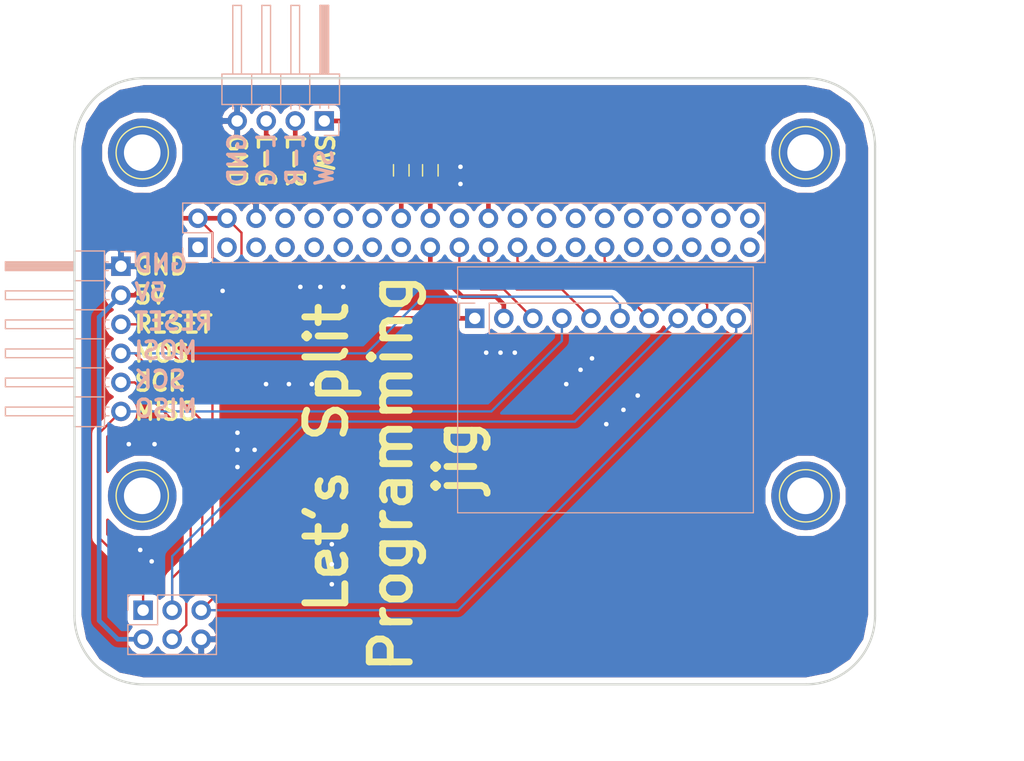
<source format=kicad_pcb>
(kicad_pcb (version 20170922) (host pcbnew "(2017-11-16 revision 00bb00016)-makepkg")

  (general
    (thickness 1.6)
    (drawings 33)
    (tracks 143)
    (zones 0)
    (modules 11)
    (nets 46)
  )

  (page A4)
  (layers
    (0 F.Cu signal)
    (31 B.Cu signal)
    (32 B.Adhes user)
    (33 F.Adhes user)
    (34 B.Paste user)
    (35 F.Paste user)
    (36 B.SilkS user)
    (37 F.SilkS user)
    (38 B.Mask user)
    (39 F.Mask user)
    (40 Dwgs.User user)
    (41 Cmts.User user)
    (42 Eco1.User user)
    (43 Eco2.User user)
    (44 Edge.Cuts user)
    (45 Margin user)
    (46 B.CrtYd user hide)
    (47 F.CrtYd user hide)
    (48 B.Fab user hide)
    (49 F.Fab user hide)
  )

  (setup
    (last_trace_width 0.1524)
    (user_trace_width 0.2032)
    (user_trace_width 0.4064)
    (user_trace_width 0.8128)
    (user_trace_width 1.2192)
    (trace_clearance 0.1524)
    (zone_clearance 0.508)
    (zone_45_only yes)
    (trace_min 0.1524)
    (segment_width 0.2)
    (edge_width 0.2)
    (via_size 0.8)
    (via_drill 0.4)
    (via_min_size 0.8)
    (via_min_drill 0.4)
    (user_via 0.8 0.4)
    (uvia_size 0.3)
    (uvia_drill 0.1)
    (uvias_allowed no)
    (uvia_min_size 0.007874)
    (uvia_min_drill 0.1)
    (pcb_text_width 0.3)
    (pcb_text_size 1.5 1.5)
    (mod_edge_width 0.15)
    (mod_text_size 1 1)
    (mod_text_width 0.15)
    (pad_size 1.7 1.7)
    (pad_drill 1)
    (pad_to_mask_clearance 0.2)
    (aux_axis_origin 0 0)
    (visible_elements 7FFFFF7F)
    (pcbplotparams
      (layerselection 0x010f0_ffffffff)
      (usegerberextensions true)
      (usegerberattributes true)
      (usegerberadvancedattributes true)
      (creategerberjobfile true)
      (excludeedgelayer true)
      (linewidth 0.100000)
      (plotframeref false)
      (viasonmask false)
      (mode 1)
      (useauxorigin false)
      (hpglpennumber 1)
      (hpglpenspeed 20)
      (hpglpendiameter 15)
      (psnegative false)
      (psa4output false)
      (plotreference true)
      (plotvalue true)
      (plotinvisibletext false)
      (padsonsilk false)
      (subtractmaskfromsilk false)
      (outputformat 1)
      (mirror false)
      (drillshape 0)
      (scaleselection 1)
      (outputdirectory gerbers/))
  )

  (net 0 "")
  (net 1 MISO-AVR)
  (net 2 +5V)
  (net 3 SCK-AVR)
  (net 4 MOSI-AVR)
  (net 5 RST-AVR)
  (net 6 GND)
  (net 7 "Net-(J1-Pad40)")
  (net 8 "Net-(J1-Pad38)")
  (net 9 "Net-(J1-Pad37)")
  (net 10 "Net-(J1-Pad36)")
  (net 11 "Net-(J1-Pad35)")
  (net 12 "Net-(J1-Pad34)")
  (net 13 "Net-(J1-Pad33)")
  (net 14 "Net-(J1-Pad32)")
  (net 15 "Net-(J1-Pad31)")
  (net 16 "Net-(J1-Pad30)")
  (net 17 "Net-(J1-Pad28)")
  (net 18 "Net-(J1-Pad27)")
  (net 19 "Net-(J1-Pad26)")
  (net 20 "Net-(J1-Pad25)")
  (net 21 "Net-(J1-Pad24)")
  (net 22 SCK-PI)
  (net 23 SW)
  (net 24 MOSI-PI)
  (net 25 "Net-(J1-Pad20)")
  (net 26 MISO-PI)
  (net 27 LED_RED)
  (net 28 +3V3)
  (net 29 LED_GREEN)
  (net 30 RST-PI)
  (net 31 "Net-(J1-Pad14)")
  (net 32 "Net-(J1-Pad13)")
  (net 33 "Net-(J1-Pad12)")
  (net 34 "Net-(J1-Pad11)")
  (net 35 "Net-(J1-Pad10)")
  (net 36 "Net-(J1-Pad9)")
  (net 37 "Net-(J1-Pad8)")
  (net 38 "Net-(J1-Pad7)")
  (net 39 "Net-(J1-Pad5)")
  (net 40 "Net-(J1-Pad3)")
  (net 41 "Net-(J1-Pad15)")
  (net 42 "Net-(J3-Pad2)")
  (net 43 "Net-(J3-Pad3)")
  (net 44 "Net-(J1-Pad39)")
  (net 45 "Net-(J1-Pad1)")

  (net_class Default "This is the default net class."
    (clearance 0.1524)
    (trace_width 0.1524)
    (via_dia 0.8)
    (via_drill 0.4)
    (uvia_dia 0.3)
    (uvia_drill 0.1)
    (diff_pair_gap 0.508)
    (diff_pair_width 0.508)
    (add_net +3V3)
    (add_net +5V)
    (add_net GND)
    (add_net LED_GREEN)
    (add_net LED_RED)
    (add_net MISO-AVR)
    (add_net MISO-PI)
    (add_net MOSI-AVR)
    (add_net MOSI-PI)
    (add_net "Net-(J1-Pad1)")
    (add_net "Net-(J1-Pad10)")
    (add_net "Net-(J1-Pad11)")
    (add_net "Net-(J1-Pad12)")
    (add_net "Net-(J1-Pad13)")
    (add_net "Net-(J1-Pad14)")
    (add_net "Net-(J1-Pad15)")
    (add_net "Net-(J1-Pad20)")
    (add_net "Net-(J1-Pad24)")
    (add_net "Net-(J1-Pad25)")
    (add_net "Net-(J1-Pad26)")
    (add_net "Net-(J1-Pad27)")
    (add_net "Net-(J1-Pad28)")
    (add_net "Net-(J1-Pad3)")
    (add_net "Net-(J1-Pad30)")
    (add_net "Net-(J1-Pad31)")
    (add_net "Net-(J1-Pad32)")
    (add_net "Net-(J1-Pad33)")
    (add_net "Net-(J1-Pad34)")
    (add_net "Net-(J1-Pad35)")
    (add_net "Net-(J1-Pad36)")
    (add_net "Net-(J1-Pad37)")
    (add_net "Net-(J1-Pad38)")
    (add_net "Net-(J1-Pad39)")
    (add_net "Net-(J1-Pad40)")
    (add_net "Net-(J1-Pad5)")
    (add_net "Net-(J1-Pad7)")
    (add_net "Net-(J1-Pad8)")
    (add_net "Net-(J1-Pad9)")
    (add_net "Net-(J3-Pad2)")
    (add_net "Net-(J3-Pad3)")
    (add_net RST-AVR)
    (add_net RST-PI)
    (add_net SCK-AVR)
    (add_net SCK-PI)
    (add_net SW)
  )

  (module Pin_Headers:Pin_Header_Straight_1x10_Pitch2.54mm (layer B.Cu) (tedit 5A21E1B3) (tstamp 5A24703E)
    (at 152 85 270)
    (descr "Through hole straight pin header, 1x10, 2.54mm pitch, single row")
    (tags "Through hole pin header THT 1x10 2.54mm single row")
    (path /5A21D134)
    (fp_text reference J2 (at 0 2.33 270) (layer B.SilkS) hide
      (effects (font (size 1 1) (thickness 0.15)) (justify mirror))
    )
    (fp_text value Conn_01x10 (at 0 -25.19 270) (layer B.Fab)
      (effects (font (size 1 1) (thickness 0.15)) (justify mirror))
    )
    (fp_text user %R (at 0 -11.43 180) (layer B.Fab)
      (effects (font (size 1 1) (thickness 0.15)) (justify mirror))
    )
    (fp_line (start 1.8 1.8) (end -1.8 1.8) (layer B.CrtYd) (width 0.05))
    (fp_line (start 1.8 -24.65) (end 1.8 1.8) (layer B.CrtYd) (width 0.05))
    (fp_line (start -1.8 -24.65) (end 1.8 -24.65) (layer B.CrtYd) (width 0.05))
    (fp_line (start -1.8 1.8) (end -1.8 -24.65) (layer B.CrtYd) (width 0.05))
    (fp_line (start -1.33 1.33) (end 0 1.33) (layer B.SilkS) (width 0.12))
    (fp_line (start -1.33 0) (end -1.33 1.33) (layer B.SilkS) (width 0.12))
    (fp_line (start -1.33 -1.27) (end 1.33 -1.27) (layer B.SilkS) (width 0.12))
    (fp_line (start 1.33 -1.27) (end 1.33 -24.19) (layer B.SilkS) (width 0.12))
    (fp_line (start -1.33 -1.27) (end -1.33 -24.19) (layer B.SilkS) (width 0.12))
    (fp_line (start -1.33 -24.19) (end 1.33 -24.19) (layer B.SilkS) (width 0.12))
    (fp_line (start -1.27 0.635) (end -0.635 1.27) (layer B.Fab) (width 0.1))
    (fp_line (start -1.27 -24.13) (end -1.27 0.635) (layer B.Fab) (width 0.1))
    (fp_line (start 1.27 -24.13) (end -1.27 -24.13) (layer B.Fab) (width 0.1))
    (fp_line (start 1.27 1.27) (end 1.27 -24.13) (layer B.Fab) (width 0.1))
    (fp_line (start -0.635 1.27) (end 1.27 1.27) (layer B.Fab) (width 0.1))
    (fp_line (start -4.5 1.5) (end 17 1.5) (layer B.SilkS) (width 0.1))
    (fp_line (start -4.5 -24.36) (end 17 -24.36) (layer B.SilkS) (width 0.1))
    (fp_line (start 17 1.5) (end 17 -24.36) (layer B.SilkS) (width 0.1))
    (fp_line (start -4.5 1.5) (end -4.5 -24.36) (layer B.SilkS) (width 0.1))
    (pad 10 thru_hole oval (at 0 -22.86 270) (size 1.7 1.7) (drill 1) (layers *.Cu *.Mask)
      (net 5 RST-AVR))
    (pad 9 thru_hole oval (at 0 -20.32 270) (size 1.7 1.7) (drill 1) (layers *.Cu *.Mask)
      (net 30 RST-PI))
    (pad 8 thru_hole oval (at 0 -17.78 270) (size 1.7 1.7) (drill 1) (layers *.Cu *.Mask)
      (net 3 SCK-AVR))
    (pad 7 thru_hole oval (at 0 -15.24 270) (size 1.7 1.7) (drill 1) (layers *.Cu *.Mask)
      (net 22 SCK-PI))
    (pad 6 thru_hole oval (at 0 -12.7 270) (size 1.7 1.7) (drill 1) (layers *.Cu *.Mask)
      (net 4 MOSI-AVR))
    (pad 5 thru_hole oval (at 0 -10.16 270) (size 1.7 1.7) (drill 1) (layers *.Cu *.Mask)
      (net 24 MOSI-PI))
    (pad 4 thru_hole oval (at 0 -7.62 270) (size 1.7 1.7) (drill 1) (layers *.Cu *.Mask)
      (net 1 MISO-AVR))
    (pad 3 thru_hole oval (at 0 -5.08 270) (size 1.7 1.7) (drill 1) (layers *.Cu *.Mask)
      (net 26 MISO-PI))
    (pad 2 thru_hole oval (at 0 -2.54 270) (size 1.7 1.7) (drill 1) (layers *.Cu *.Mask)
      (net 28 +3V3))
    (pad 1 thru_hole rect (at 0 0 270) (size 1.7 1.7) (drill 1) (layers *.Cu *.Mask)
      (net 2 +5V))
    (model ${KISYS3DMOD}/Pin_Headers.3dshapes/Pin_Header_Straight_1x10_Pitch2.54mm.wrl
      (at (xyz 0 0 0))
      (scale (xyz 1 1 1))
      (rotate (xyz 0 0 0))
    )
  )

  (module Connect:1pin (layer F.Cu) (tedit 5A21E19C) (tstamp 5A246EC5)
    (at 180.924 70.518)
    (descr "module 1 pin (ou trou mecanique de percage)")
    (tags DEV)
    (fp_text reference REF** (at 0 -3.048) (layer F.SilkS) hide
      (effects (font (size 1 1) (thickness 0.15)))
    )
    (fp_text value 1pin (at 0 3) (layer F.Fab)
      (effects (font (size 1 1) (thickness 0.15)))
    )
    (fp_circle (center 0 0) (end 0 -2.286) (layer F.SilkS) (width 0.12))
    (fp_circle (center 0 0) (end 2.6 0) (layer F.CrtYd) (width 0.05))
    (fp_circle (center 0 0) (end 2 0.8) (layer F.Fab) (width 0.1))
    (pad "" np_thru_hole circle (at 0 0) (size 6 6) (drill 3.2) (layers *.Cu *.Mask))
  )

  (module Connect:1pin (layer F.Cu) (tedit 5A21E199) (tstamp 5A247087)
    (at 122.924 70.518)
    (descr "module 1 pin (ou trou mecanique de percage)")
    (tags DEV)
    (fp_text reference REF** (at 0 -3.048) (layer F.SilkS) hide
      (effects (font (size 1 1) (thickness 0.15)))
    )
    (fp_text value 1pin (at 0 3) (layer F.Fab)
      (effects (font (size 1 1) (thickness 0.15)))
    )
    (fp_circle (center 0 0) (end 0 -2.286) (layer F.SilkS) (width 0.12))
    (fp_circle (center 0 0) (end 2.6 0) (layer F.CrtYd) (width 0.05))
    (fp_circle (center 0 0) (end 2 0.8) (layer F.Fab) (width 0.1))
    (pad "" np_thru_hole circle (at 0 0) (size 6 6) (drill 3.2) (layers *.Cu *.Mask))
  )

  (module Connect:1pin (layer F.Cu) (tedit 5A21E1A1) (tstamp 5A2470B4)
    (at 122.924 100.518)
    (descr "module 1 pin (ou trou mecanique de percage)")
    (tags DEV)
    (fp_text reference REF** (at 0 -3.048) (layer F.SilkS) hide
      (effects (font (size 1 1) (thickness 0.15)))
    )
    (fp_text value 1pin (at 0 3) (layer F.Fab)
      (effects (font (size 1 1) (thickness 0.15)))
    )
    (fp_circle (center 0 0) (end 0 -2.286) (layer F.SilkS) (width 0.12))
    (fp_circle (center 0 0) (end 2.6 0) (layer F.CrtYd) (width 0.05))
    (fp_circle (center 0 0) (end 2 0.8) (layer F.Fab) (width 0.1))
    (pad "" np_thru_hole circle (at 0 0) (size 6 6) (drill 3.2) (layers *.Cu *.Mask))
  )

  (module Connect:1pin (layer F.Cu) (tedit 5A21E19F) (tstamp 5A24700F)
    (at 180.924 100.518)
    (descr "module 1 pin (ou trou mecanique de percage)")
    (tags DEV)
    (fp_text reference REF** (at 0 -3.048) (layer F.SilkS) hide
      (effects (font (size 1 1) (thickness 0.15)))
    )
    (fp_text value 1pin (at 0 3) (layer F.Fab)
      (effects (font (size 1 1) (thickness 0.15)))
    )
    (fp_circle (center 0 0) (end 2 0.8) (layer F.Fab) (width 0.1))
    (fp_circle (center 0 0) (end 2.6 0) (layer F.CrtYd) (width 0.05))
    (fp_circle (center 0 0) (end 0 -2.286) (layer F.SilkS) (width 0.12))
    (pad "" np_thru_hole circle (at 0 0) (size 6 6) (drill 3.2) (layers *.Cu *.Mask))
  )

  (module Pin_Headers:Pin_Header_Straight_2x03_Pitch2.54mm (layer B.Cu) (tedit 5A21E1BD) (tstamp 5A247311)
    (at 123 110.518 270)
    (descr "Through hole straight pin header, 2x03, 2.54mm pitch, double rows")
    (tags "Through hole pin header THT 2x03 2.54mm double row")
    (path /5A21F523)
    (fp_text reference CON1 (at 1.27 2.33 270) (layer B.SilkS) hide
      (effects (font (size 1 1) (thickness 0.15)) (justify mirror))
    )
    (fp_text value AVR-ISP-6 (at 1.27 -7.41 270) (layer B.Fab)
      (effects (font (size 1 1) (thickness 0.15)) (justify mirror))
    )
    (fp_line (start 0 1.27) (end 3.81 1.27) (layer B.Fab) (width 0.1))
    (fp_line (start 3.81 1.27) (end 3.81 -6.35) (layer B.Fab) (width 0.1))
    (fp_line (start 3.81 -6.35) (end -1.27 -6.35) (layer B.Fab) (width 0.1))
    (fp_line (start -1.27 -6.35) (end -1.27 0) (layer B.Fab) (width 0.1))
    (fp_line (start -1.27 0) (end 0 1.27) (layer B.Fab) (width 0.1))
    (fp_line (start -1.33 -6.41) (end 3.87 -6.41) (layer B.SilkS) (width 0.12))
    (fp_line (start -1.33 -1.27) (end -1.33 -6.41) (layer B.SilkS) (width 0.12))
    (fp_line (start 3.87 1.33) (end 3.87 -6.41) (layer B.SilkS) (width 0.12))
    (fp_line (start -1.33 -1.27) (end 1.27 -1.27) (layer B.SilkS) (width 0.12))
    (fp_line (start 1.27 -1.27) (end 1.27 1.33) (layer B.SilkS) (width 0.12))
    (fp_line (start 1.27 1.33) (end 3.87 1.33) (layer B.SilkS) (width 0.12))
    (fp_line (start -1.33 0) (end -1.33 1.33) (layer B.SilkS) (width 0.12))
    (fp_line (start -1.33 1.33) (end 0 1.33) (layer B.SilkS) (width 0.12))
    (fp_line (start -1.8 1.8) (end -1.8 -6.85) (layer B.CrtYd) (width 0.05))
    (fp_line (start -1.8 -6.85) (end 4.35 -6.85) (layer B.CrtYd) (width 0.05))
    (fp_line (start 4.35 -6.85) (end 4.35 1.8) (layer B.CrtYd) (width 0.05))
    (fp_line (start 4.35 1.8) (end -1.8 1.8) (layer B.CrtYd) (width 0.05))
    (fp_text user %R (at 1.27 -2.54 180) (layer B.Fab)
      (effects (font (size 1 1) (thickness 0.15)) (justify mirror))
    )
    (pad 1 thru_hole rect (at 0 0 270) (size 1.7 1.7) (drill 1) (layers *.Cu *.Mask)
      (net 1 MISO-AVR))
    (pad 2 thru_hole oval (at 2.54 0 270) (size 1.7 1.7) (drill 1) (layers *.Cu *.Mask)
      (net 2 +5V))
    (pad 3 thru_hole oval (at 0 -2.54 270) (size 1.7 1.7) (drill 1) (layers *.Cu *.Mask)
      (net 3 SCK-AVR))
    (pad 4 thru_hole oval (at 2.54 -2.54 270) (size 1.7 1.7) (drill 1) (layers *.Cu *.Mask)
      (net 4 MOSI-AVR))
    (pad 5 thru_hole oval (at 0 -5.08 270) (size 1.7 1.7) (drill 1) (layers *.Cu *.Mask)
      (net 5 RST-AVR))
    (pad 6 thru_hole oval (at 2.54 -5.08 270) (size 1.7 1.7) (drill 1) (layers *.Cu *.Mask)
      (net 6 GND))
    (model :3DFiles:POGO.step
      (at (xyz 0 0 0.07874015748031496))
      (scale (xyz 1 1 1))
      (rotate (xyz -180 0 0))
    )
    (model :3DFiles:POGO.step
      (at (xyz 0.1 0 0.07874015748031496))
      (scale (xyz 1 1 1))
      (rotate (xyz 180 0 0))
    )
    (model :3DFiles:POGO.step
      (at (xyz 0 -0.1 0.07874015748031496))
      (scale (xyz 1 1 1))
      (rotate (xyz 180 0 0))
    )
    (model :3DFiles:POGO.step
      (at (xyz 0 -0.2 0.07874015748031496))
      (scale (xyz 1 1 1))
      (rotate (xyz -180 0 0))
    )
    (model :3DFiles:POGO.step
      (at (xyz 0.1 -0.1 0.07874015748031496))
      (scale (xyz 1 1 1))
      (rotate (xyz 180 0 0))
    )
    (model :3DFiles:POGO.step
      (at (xyz 0.1 -0.2 0.07874015748031496))
      (scale (xyz 1 1 1))
      (rotate (xyz 180 0 0))
    )
  )

  (module Resistors_SMD:R_0603_HandSoldering (layer F.Cu) (tedit 5A21E1AA) (tstamp 5A24729D)
    (at 148.114 72.057 90)
    (descr "Resistor SMD 0603, hand soldering")
    (tags "resistor 0603")
    (path /5A21E3E5)
    (attr smd)
    (fp_text reference R1 (at 0 1.651 90) (layer F.SilkS) hide
      (effects (font (size 1 1) (thickness 0.15)))
    )
    (fp_text value 39R (at 0 1.55 90) (layer F.Fab)
      (effects (font (size 1 1) (thickness 0.15)))
    )
    (fp_line (start 1.95 0.7) (end -1.96 0.7) (layer F.CrtYd) (width 0.05))
    (fp_line (start 1.95 0.7) (end 1.95 -0.7) (layer F.CrtYd) (width 0.05))
    (fp_line (start -1.96 -0.7) (end -1.96 0.7) (layer F.CrtYd) (width 0.05))
    (fp_line (start -1.96 -0.7) (end 1.95 -0.7) (layer F.CrtYd) (width 0.05))
    (fp_line (start -0.5 -0.68) (end 0.5 -0.68) (layer F.SilkS) (width 0.12))
    (fp_line (start 0.5 0.68) (end -0.5 0.68) (layer F.SilkS) (width 0.12))
    (fp_line (start -0.8 -0.4) (end 0.8 -0.4) (layer F.Fab) (width 0.1))
    (fp_line (start 0.8 -0.4) (end 0.8 0.4) (layer F.Fab) (width 0.1))
    (fp_line (start 0.8 0.4) (end -0.8 0.4) (layer F.Fab) (width 0.1))
    (fp_line (start -0.8 0.4) (end -0.8 -0.4) (layer F.Fab) (width 0.1))
    (fp_text user %R (at 0 0 90) (layer F.Fab)
      (effects (font (size 0.4 0.4) (thickness 0.075)))
    )
    (pad 2 smd rect (at 1.1 0 90) (size 1.2 0.9) (layers F.Cu F.Paste F.Mask)
      (net 42 "Net-(J3-Pad2)"))
    (pad 1 smd rect (at -1.1 0 90) (size 1.2 0.9) (layers F.Cu F.Paste F.Mask)
      (net 27 LED_RED))
    (model ${KISYS3DMOD}/Resistors_SMD.3dshapes/R_0603.wrl
      (at (xyz 0 0 0))
      (scale (xyz 1 1 1))
      (rotate (xyz 0 0 0))
    )
  )

  (module Resistors_SMD:R_0603_HandSoldering (layer F.Cu) (tedit 5A21E1AD) (tstamp 5A2472CD)
    (at 145.574 72.057 90)
    (descr "Resistor SMD 0603, hand soldering")
    (tags "resistor 0603")
    (path /5A21E4AC)
    (attr smd)
    (fp_text reference R2 (at 0 -1.45 90) (layer F.SilkS) hide
      (effects (font (size 1 1) (thickness 0.15)))
    )
    (fp_text value 39R (at 0 1.55 90) (layer F.Fab)
      (effects (font (size 1 1) (thickness 0.15)))
    )
    (fp_text user %R (at 0 0 90) (layer F.Fab)
      (effects (font (size 0.4 0.4) (thickness 0.075)))
    )
    (fp_line (start -0.8 0.4) (end -0.8 -0.4) (layer F.Fab) (width 0.1))
    (fp_line (start 0.8 0.4) (end -0.8 0.4) (layer F.Fab) (width 0.1))
    (fp_line (start 0.8 -0.4) (end 0.8 0.4) (layer F.Fab) (width 0.1))
    (fp_line (start -0.8 -0.4) (end 0.8 -0.4) (layer F.Fab) (width 0.1))
    (fp_line (start 0.5 0.68) (end -0.5 0.68) (layer F.SilkS) (width 0.12))
    (fp_line (start -0.5 -0.68) (end 0.5 -0.68) (layer F.SilkS) (width 0.12))
    (fp_line (start -1.96 -0.7) (end 1.95 -0.7) (layer F.CrtYd) (width 0.05))
    (fp_line (start -1.96 -0.7) (end -1.96 0.7) (layer F.CrtYd) (width 0.05))
    (fp_line (start 1.95 0.7) (end 1.95 -0.7) (layer F.CrtYd) (width 0.05))
    (fp_line (start 1.95 0.7) (end -1.96 0.7) (layer F.CrtYd) (width 0.05))
    (pad 1 smd rect (at -1.1 0 90) (size 1.2 0.9) (layers F.Cu F.Paste F.Mask)
      (net 29 LED_GREEN))
    (pad 2 smd rect (at 1.1 0 90) (size 1.2 0.9) (layers F.Cu F.Paste F.Mask)
      (net 43 "Net-(J3-Pad3)"))
    (model ${KISYS3DMOD}/Resistors_SMD.3dshapes/R_0603.wrl
      (at (xyz 0 0 0))
      (scale (xyz 1 1 1))
      (rotate (xyz 0 0 0))
    )
  )

  (module Socket_Strips:Socket_Strip_Straight_2x20_Pitch2.54mm (layer B.Cu) (tedit 5A21E1B7) (tstamp 5A247215)
    (at 127.794 78.788 270)
    (descr "Through hole straight socket strip, 2x20, 2.54mm pitch, double rows")
    (tags "Through hole socket strip THT 2x20 2.54mm double row")
    (path /5A21D753)
    (fp_text reference J1 (at -1.27 2.33 270) (layer B.SilkS) hide
      (effects (font (size 1 1) (thickness 0.15)) (justify mirror))
    )
    (fp_text value RPIz (at -1.27 -50.59 270) (layer B.Fab)
      (effects (font (size 1 1) (thickness 0.15)) (justify mirror))
    )
    (fp_text user %R (at -1.27 2.33 270) (layer B.Fab)
      (effects (font (size 1 1) (thickness 0.15)) (justify mirror))
    )
    (fp_line (start 1.8 1.8) (end -4.35 1.8) (layer B.CrtYd) (width 0.05))
    (fp_line (start 1.8 -50.05) (end 1.8 1.8) (layer B.CrtYd) (width 0.05))
    (fp_line (start -4.35 -50.05) (end 1.8 -50.05) (layer B.CrtYd) (width 0.05))
    (fp_line (start -4.35 1.8) (end -4.35 -50.05) (layer B.CrtYd) (width 0.05))
    (fp_line (start 1.33 1.33) (end 0.06 1.33) (layer B.SilkS) (width 0.12))
    (fp_line (start 1.33 0) (end 1.33 1.33) (layer B.SilkS) (width 0.12))
    (fp_line (start -1.27 -1.27) (end 1.33 -1.27) (layer B.SilkS) (width 0.12))
    (fp_line (start -1.27 1.33) (end -1.27 -1.27) (layer B.SilkS) (width 0.12))
    (fp_line (start -3.87 1.33) (end -1.27 1.33) (layer B.SilkS) (width 0.12))
    (fp_line (start -3.87 -49.59) (end -3.87 1.33) (layer B.SilkS) (width 0.12))
    (fp_line (start 1.33 -49.59) (end -3.87 -49.59) (layer B.SilkS) (width 0.12))
    (fp_line (start 1.33 -1.27) (end 1.33 -49.59) (layer B.SilkS) (width 0.12))
    (fp_line (start 1.27 1.27) (end -3.81 1.27) (layer B.Fab) (width 0.1))
    (fp_line (start 1.27 -49.53) (end 1.27 1.27) (layer B.Fab) (width 0.1))
    (fp_line (start -3.81 -49.53) (end 1.27 -49.53) (layer B.Fab) (width 0.1))
    (fp_line (start -3.81 1.27) (end -3.81 -49.53) (layer B.Fab) (width 0.1))
    (pad 40 thru_hole oval (at -2.54 -48.26 270) (size 1.7 1.7) (drill 1) (layers *.Cu *.Mask)
      (net 7 "Net-(J1-Pad40)"))
    (pad 39 thru_hole oval (at 0 -48.26 270) (size 1.7 1.7) (drill 1) (layers *.Cu *.Mask)
      (net 44 "Net-(J1-Pad39)"))
    (pad 38 thru_hole oval (at -2.54 -45.72 270) (size 1.7 1.7) (drill 1) (layers *.Cu *.Mask)
      (net 8 "Net-(J1-Pad38)"))
    (pad 37 thru_hole oval (at 0 -45.72 270) (size 1.7 1.7) (drill 1) (layers *.Cu *.Mask)
      (net 9 "Net-(J1-Pad37)"))
    (pad 36 thru_hole oval (at -2.54 -43.18 270) (size 1.7 1.7) (drill 1) (layers *.Cu *.Mask)
      (net 10 "Net-(J1-Pad36)"))
    (pad 35 thru_hole oval (at 0 -43.18 270) (size 1.7 1.7) (drill 1) (layers *.Cu *.Mask)
      (net 11 "Net-(J1-Pad35)"))
    (pad 34 thru_hole oval (at -2.54 -40.64 270) (size 1.7 1.7) (drill 1) (layers *.Cu *.Mask)
      (net 12 "Net-(J1-Pad34)"))
    (pad 33 thru_hole oval (at 0 -40.64 270) (size 1.7 1.7) (drill 1) (layers *.Cu *.Mask)
      (net 13 "Net-(J1-Pad33)"))
    (pad 32 thru_hole oval (at -2.54 -38.1 270) (size 1.7 1.7) (drill 1) (layers *.Cu *.Mask)
      (net 14 "Net-(J1-Pad32)"))
    (pad 31 thru_hole oval (at 0 -38.1 270) (size 1.7 1.7) (drill 1) (layers *.Cu *.Mask)
      (net 15 "Net-(J1-Pad31)"))
    (pad 30 thru_hole oval (at -2.54 -35.56 270) (size 1.7 1.7) (drill 1) (layers *.Cu *.Mask)
      (net 16 "Net-(J1-Pad30)"))
    (pad 29 thru_hole oval (at 0 -35.56 270) (size 1.7 1.7) (drill 1) (layers *.Cu *.Mask)
      (net 30 RST-PI))
    (pad 28 thru_hole oval (at -2.54 -33.02 270) (size 1.7 1.7) (drill 1) (layers *.Cu *.Mask)
      (net 17 "Net-(J1-Pad28)"))
    (pad 27 thru_hole oval (at 0 -33.02 270) (size 1.7 1.7) (drill 1) (layers *.Cu *.Mask)
      (net 18 "Net-(J1-Pad27)"))
    (pad 26 thru_hole oval (at -2.54 -30.48 270) (size 1.7 1.7) (drill 1) (layers *.Cu *.Mask)
      (net 19 "Net-(J1-Pad26)"))
    (pad 25 thru_hole oval (at 0 -30.48 270) (size 1.7 1.7) (drill 1) (layers *.Cu *.Mask)
      (net 20 "Net-(J1-Pad25)"))
    (pad 24 thru_hole oval (at -2.54 -27.94 270) (size 1.7 1.7) (drill 1) (layers *.Cu *.Mask)
      (net 21 "Net-(J1-Pad24)"))
    (pad 23 thru_hole oval (at 0 -27.94 270) (size 1.7 1.7) (drill 1) (layers *.Cu *.Mask)
      (net 22 SCK-PI))
    (pad 22 thru_hole oval (at -2.54 -25.4 270) (size 1.7 1.7) (drill 1) (layers *.Cu *.Mask)
      (net 23 SW))
    (pad 21 thru_hole oval (at 0 -25.4 270) (size 1.7 1.7) (drill 1) (layers *.Cu *.Mask)
      (net 24 MOSI-PI))
    (pad 20 thru_hole oval (at -2.54 -22.86 270) (size 1.7 1.7) (drill 1) (layers *.Cu *.Mask)
      (net 25 "Net-(J1-Pad20)"))
    (pad 19 thru_hole oval (at 0 -22.86 270) (size 1.7 1.7) (drill 1) (layers *.Cu *.Mask)
      (net 26 MISO-PI))
    (pad 18 thru_hole oval (at -2.54 -20.32 270) (size 1.7 1.7) (drill 1) (layers *.Cu *.Mask)
      (net 27 LED_RED))
    (pad 17 thru_hole oval (at 0 -20.32 270) (size 1.7 1.7) (drill 1) (layers *.Cu *.Mask)
      (net 28 +3V3))
    (pad 16 thru_hole oval (at -2.54 -17.78 270) (size 1.7 1.7) (drill 1) (layers *.Cu *.Mask)
      (net 29 LED_GREEN))
    (pad 15 thru_hole oval (at 0 -17.78 270) (size 1.7 1.7) (drill 1) (layers *.Cu *.Mask)
      (net 41 "Net-(J1-Pad15)"))
    (pad 14 thru_hole oval (at -2.54 -15.24 270) (size 1.7 1.7) (drill 1) (layers *.Cu *.Mask)
      (net 31 "Net-(J1-Pad14)"))
    (pad 13 thru_hole oval (at 0 -15.24 270) (size 1.7 1.7) (drill 1) (layers *.Cu *.Mask)
      (net 32 "Net-(J1-Pad13)"))
    (pad 12 thru_hole oval (at -2.54 -12.7 270) (size 1.7 1.7) (drill 1) (layers *.Cu *.Mask)
      (net 33 "Net-(J1-Pad12)"))
    (pad 11 thru_hole oval (at 0 -12.7 270) (size 1.7 1.7) (drill 1) (layers *.Cu *.Mask)
      (net 34 "Net-(J1-Pad11)"))
    (pad 10 thru_hole oval (at -2.54 -10.16 270) (size 1.7 1.7) (drill 1) (layers *.Cu *.Mask)
      (net 35 "Net-(J1-Pad10)"))
    (pad 9 thru_hole oval (at 0 -10.16 270) (size 1.7 1.7) (drill 1) (layers *.Cu *.Mask)
      (net 36 "Net-(J1-Pad9)"))
    (pad 8 thru_hole oval (at -2.54 -7.62 270) (size 1.7 1.7) (drill 1) (layers *.Cu *.Mask)
      (net 37 "Net-(J1-Pad8)"))
    (pad 7 thru_hole oval (at 0 -7.62 270) (size 1.7 1.7) (drill 1) (layers *.Cu *.Mask)
      (net 38 "Net-(J1-Pad7)"))
    (pad 6 thru_hole oval (at -2.54 -5.08 270) (size 1.7 1.7) (drill 1) (layers *.Cu *.Mask)
      (net 6 GND))
    (pad 5 thru_hole oval (at 0 -5.08 270) (size 1.7 1.7) (drill 1) (layers *.Cu *.Mask)
      (net 39 "Net-(J1-Pad5)"))
    (pad 4 thru_hole oval (at -2.54 -2.54 270) (size 1.7 1.7) (drill 1) (layers *.Cu *.Mask)
      (net 2 +5V))
    (pad 3 thru_hole oval (at 0 -2.54 270) (size 1.7 1.7) (drill 1) (layers *.Cu *.Mask)
      (net 40 "Net-(J1-Pad3)"))
    (pad 2 thru_hole oval (at -2.54 0 270) (size 1.7 1.7) (drill 1) (layers *.Cu *.Mask)
      (net 2 +5V))
    (pad 1 thru_hole rect (at 0 0 270) (size 1.7 1.7) (drill 1) (layers *.Cu *.Mask)
      (net 45 "Net-(J1-Pad1)"))
    (model ${KISYS3DMOD}/Socket_Strips.3dshapes/Socket_Strip_Straight_2x20_Pitch2.54mm.wrl
      (at (xyz -0.05 -0.95 0))
      (scale (xyz 1 1 1))
      (rotate (xyz 0 0 270))
    )
  )

  (module Pin_Headers:Pin_Header_Angled_1x04_Pitch2.54mm (layer B.Cu) (tedit 5A21E1CC) (tstamp 5A247132)
    (at 138.843 67.739 90)
    (descr "Through hole angled pin header, 1x04, 2.54mm pitch, 6mm pin length, single row")
    (tags "Through hole angled pin header THT 1x04 2.54mm single row")
    (path /5A21DEF7)
    (fp_text reference J3 (at 4.385 2.27 90) (layer B.SilkS) hide
      (effects (font (size 1 1) (thickness 0.15)) (justify mirror))
    )
    (fp_text value Conn_01x04 (at 4.385 -9.89 90) (layer B.Fab)
      (effects (font (size 1 1) (thickness 0.15)) (justify mirror))
    )
    (fp_text user %R (at 2.77 -3.81) (layer B.Fab)
      (effects (font (size 1 1) (thickness 0.15)) (justify mirror))
    )
    (fp_line (start 10.55 1.8) (end -1.8 1.8) (layer B.CrtYd) (width 0.05))
    (fp_line (start 10.55 -9.4) (end 10.55 1.8) (layer B.CrtYd) (width 0.05))
    (fp_line (start -1.8 -9.4) (end 10.55 -9.4) (layer B.CrtYd) (width 0.05))
    (fp_line (start -1.8 1.8) (end -1.8 -9.4) (layer B.CrtYd) (width 0.05))
    (fp_line (start -1.27 1.27) (end 0 1.27) (layer B.SilkS) (width 0.12))
    (fp_line (start -1.27 0) (end -1.27 1.27) (layer B.SilkS) (width 0.12))
    (fp_line (start 1.042929 -8) (end 1.44 -8) (layer B.SilkS) (width 0.12))
    (fp_line (start 1.042929 -7.24) (end 1.44 -7.24) (layer B.SilkS) (width 0.12))
    (fp_line (start 10.1 -8) (end 4.1 -8) (layer B.SilkS) (width 0.12))
    (fp_line (start 10.1 -7.24) (end 10.1 -8) (layer B.SilkS) (width 0.12))
    (fp_line (start 4.1 -7.24) (end 10.1 -7.24) (layer B.SilkS) (width 0.12))
    (fp_line (start 1.44 -6.35) (end 4.1 -6.35) (layer B.SilkS) (width 0.12))
    (fp_line (start 1.042929 -5.46) (end 1.44 -5.46) (layer B.SilkS) (width 0.12))
    (fp_line (start 1.042929 -4.7) (end 1.44 -4.7) (layer B.SilkS) (width 0.12))
    (fp_line (start 10.1 -5.46) (end 4.1 -5.46) (layer B.SilkS) (width 0.12))
    (fp_line (start 10.1 -4.7) (end 10.1 -5.46) (layer B.SilkS) (width 0.12))
    (fp_line (start 4.1 -4.7) (end 10.1 -4.7) (layer B.SilkS) (width 0.12))
    (fp_line (start 1.44 -3.81) (end 4.1 -3.81) (layer B.SilkS) (width 0.12))
    (fp_line (start 1.042929 -2.92) (end 1.44 -2.92) (layer B.SilkS) (width 0.12))
    (fp_line (start 1.042929 -2.16) (end 1.44 -2.16) (layer B.SilkS) (width 0.12))
    (fp_line (start 10.1 -2.92) (end 4.1 -2.92) (layer B.SilkS) (width 0.12))
    (fp_line (start 10.1 -2.16) (end 10.1 -2.92) (layer B.SilkS) (width 0.12))
    (fp_line (start 4.1 -2.16) (end 10.1 -2.16) (layer B.SilkS) (width 0.12))
    (fp_line (start 1.44 -1.27) (end 4.1 -1.27) (layer B.SilkS) (width 0.12))
    (fp_line (start 1.11 -0.38) (end 1.44 -0.38) (layer B.SilkS) (width 0.12))
    (fp_line (start 1.11 0.38) (end 1.44 0.38) (layer B.SilkS) (width 0.12))
    (fp_line (start 4.1 -0.28) (end 10.1 -0.28) (layer B.SilkS) (width 0.12))
    (fp_line (start 4.1 -0.16) (end 10.1 -0.16) (layer B.SilkS) (width 0.12))
    (fp_line (start 4.1 -0.04) (end 10.1 -0.04) (layer B.SilkS) (width 0.12))
    (fp_line (start 4.1 0.08) (end 10.1 0.08) (layer B.SilkS) (width 0.12))
    (fp_line (start 4.1 0.2) (end 10.1 0.2) (layer B.SilkS) (width 0.12))
    (fp_line (start 4.1 0.32) (end 10.1 0.32) (layer B.SilkS) (width 0.12))
    (fp_line (start 10.1 -0.38) (end 4.1 -0.38) (layer B.SilkS) (width 0.12))
    (fp_line (start 10.1 0.38) (end 10.1 -0.38) (layer B.SilkS) (width 0.12))
    (fp_line (start 4.1 0.38) (end 10.1 0.38) (layer B.SilkS) (width 0.12))
    (fp_line (start 4.1 1.33) (end 1.44 1.33) (layer B.SilkS) (width 0.12))
    (fp_line (start 4.1 -8.95) (end 4.1 1.33) (layer B.SilkS) (width 0.12))
    (fp_line (start 1.44 -8.95) (end 4.1 -8.95) (layer B.SilkS) (width 0.12))
    (fp_line (start 1.44 1.33) (end 1.44 -8.95) (layer B.SilkS) (width 0.12))
    (fp_line (start 4.04 -7.94) (end 10.04 -7.94) (layer B.Fab) (width 0.1))
    (fp_line (start 10.04 -7.3) (end 10.04 -7.94) (layer B.Fab) (width 0.1))
    (fp_line (start 4.04 -7.3) (end 10.04 -7.3) (layer B.Fab) (width 0.1))
    (fp_line (start -0.32 -7.94) (end 1.5 -7.94) (layer B.Fab) (width 0.1))
    (fp_line (start -0.32 -7.3) (end -0.32 -7.94) (layer B.Fab) (width 0.1))
    (fp_line (start -0.32 -7.3) (end 1.5 -7.3) (layer B.Fab) (width 0.1))
    (fp_line (start 4.04 -5.4) (end 10.04 -5.4) (layer B.Fab) (width 0.1))
    (fp_line (start 10.04 -4.76) (end 10.04 -5.4) (layer B.Fab) (width 0.1))
    (fp_line (start 4.04 -4.76) (end 10.04 -4.76) (layer B.Fab) (width 0.1))
    (fp_line (start -0.32 -5.4) (end 1.5 -5.4) (layer B.Fab) (width 0.1))
    (fp_line (start -0.32 -4.76) (end -0.32 -5.4) (layer B.Fab) (width 0.1))
    (fp_line (start -0.32 -4.76) (end 1.5 -4.76) (layer B.Fab) (width 0.1))
    (fp_line (start 4.04 -2.86) (end 10.04 -2.86) (layer B.Fab) (width 0.1))
    (fp_line (start 10.04 -2.22) (end 10.04 -2.86) (layer B.Fab) (width 0.1))
    (fp_line (start 4.04 -2.22) (end 10.04 -2.22) (layer B.Fab) (width 0.1))
    (fp_line (start -0.32 -2.86) (end 1.5 -2.86) (layer B.Fab) (width 0.1))
    (fp_line (start -0.32 -2.22) (end -0.32 -2.86) (layer B.Fab) (width 0.1))
    (fp_line (start -0.32 -2.22) (end 1.5 -2.22) (layer B.Fab) (width 0.1))
    (fp_line (start 4.04 -0.32) (end 10.04 -0.32) (layer B.Fab) (width 0.1))
    (fp_line (start 10.04 0.32) (end 10.04 -0.32) (layer B.Fab) (width 0.1))
    (fp_line (start 4.04 0.32) (end 10.04 0.32) (layer B.Fab) (width 0.1))
    (fp_line (start -0.32 -0.32) (end 1.5 -0.32) (layer B.Fab) (width 0.1))
    (fp_line (start -0.32 0.32) (end -0.32 -0.32) (layer B.Fab) (width 0.1))
    (fp_line (start -0.32 0.32) (end 1.5 0.32) (layer B.Fab) (width 0.1))
    (fp_line (start 1.5 0.635) (end 2.135 1.27) (layer B.Fab) (width 0.1))
    (fp_line (start 1.5 -8.89) (end 1.5 0.635) (layer B.Fab) (width 0.1))
    (fp_line (start 4.04 -8.89) (end 1.5 -8.89) (layer B.Fab) (width 0.1))
    (fp_line (start 4.04 1.27) (end 4.04 -8.89) (layer B.Fab) (width 0.1))
    (fp_line (start 2.135 1.27) (end 4.04 1.27) (layer B.Fab) (width 0.1))
    (pad 4 thru_hole oval (at 0 -7.62 90) (size 1.7 1.7) (drill 1) (layers *.Cu *.Mask)
      (net 6 GND))
    (pad 3 thru_hole oval (at 0 -5.08 90) (size 1.7 1.7) (drill 1) (layers *.Cu *.Mask)
      (net 43 "Net-(J3-Pad3)"))
    (pad 2 thru_hole oval (at 0 -2.54 90) (size 1.7 1.7) (drill 1) (layers *.Cu *.Mask)
      (net 42 "Net-(J3-Pad2)"))
    (pad 1 thru_hole rect (at 0 0 90) (size 1.7 1.7) (drill 1) (layers *.Cu *.Mask)
      (net 23 SW))
    (model ${KISYS3DMOD}/Pin_Headers.3dshapes/Pin_Header_Angled_1x04_Pitch2.54mm.wrl
      (at (xyz 0 0 0))
      (scale (xyz 1 1 1))
      (rotate (xyz 0 0 0))
    )
  )

  (module Pin_Headers:Pin_Header_Angled_1x06_Pitch2.54mm (layer B.Cu) (tedit 5A21E1C9) (tstamp 5A246F39)
    (at 121.063 80.439 180)
    (descr "Through hole angled pin header, 1x06, 2.54mm pitch, 6mm pin length, single row")
    (tags "Through hole angled pin header THT 1x06 2.54mm single row")
    (path /5A21F16B)
    (fp_text reference CON2 (at 4.385 2.27 180) (layer B.SilkS) hide
      (effects (font (size 1 1) (thickness 0.15)) (justify mirror))
    )
    (fp_text value ISP (at 4.385 -14.97 180) (layer B.Fab)
      (effects (font (size 1 1) (thickness 0.15)) (justify mirror))
    )
    (fp_text user %R (at 2.77 -6.35 90) (layer B.Fab)
      (effects (font (size 1 1) (thickness 0.15)) (justify mirror))
    )
    (fp_line (start 10.55 1.8) (end -1.8 1.8) (layer B.CrtYd) (width 0.05))
    (fp_line (start 10.55 -14.5) (end 10.55 1.8) (layer B.CrtYd) (width 0.05))
    (fp_line (start -1.8 -14.5) (end 10.55 -14.5) (layer B.CrtYd) (width 0.05))
    (fp_line (start -1.8 1.8) (end -1.8 -14.5) (layer B.CrtYd) (width 0.05))
    (fp_line (start -1.27 1.27) (end 0 1.27) (layer B.SilkS) (width 0.12))
    (fp_line (start -1.27 0) (end -1.27 1.27) (layer B.SilkS) (width 0.12))
    (fp_line (start 1.042929 -13.08) (end 1.44 -13.08) (layer B.SilkS) (width 0.12))
    (fp_line (start 1.042929 -12.32) (end 1.44 -12.32) (layer B.SilkS) (width 0.12))
    (fp_line (start 10.1 -13.08) (end 4.1 -13.08) (layer B.SilkS) (width 0.12))
    (fp_line (start 10.1 -12.32) (end 10.1 -13.08) (layer B.SilkS) (width 0.12))
    (fp_line (start 4.1 -12.32) (end 10.1 -12.32) (layer B.SilkS) (width 0.12))
    (fp_line (start 1.44 -11.43) (end 4.1 -11.43) (layer B.SilkS) (width 0.12))
    (fp_line (start 1.042929 -10.54) (end 1.44 -10.54) (layer B.SilkS) (width 0.12))
    (fp_line (start 1.042929 -9.78) (end 1.44 -9.78) (layer B.SilkS) (width 0.12))
    (fp_line (start 10.1 -10.54) (end 4.1 -10.54) (layer B.SilkS) (width 0.12))
    (fp_line (start 10.1 -9.78) (end 10.1 -10.54) (layer B.SilkS) (width 0.12))
    (fp_line (start 4.1 -9.78) (end 10.1 -9.78) (layer B.SilkS) (width 0.12))
    (fp_line (start 1.44 -8.89) (end 4.1 -8.89) (layer B.SilkS) (width 0.12))
    (fp_line (start 1.042929 -8) (end 1.44 -8) (layer B.SilkS) (width 0.12))
    (fp_line (start 1.042929 -7.24) (end 1.44 -7.24) (layer B.SilkS) (width 0.12))
    (fp_line (start 10.1 -8) (end 4.1 -8) (layer B.SilkS) (width 0.12))
    (fp_line (start 10.1 -7.24) (end 10.1 -8) (layer B.SilkS) (width 0.12))
    (fp_line (start 4.1 -7.24) (end 10.1 -7.24) (layer B.SilkS) (width 0.12))
    (fp_line (start 1.44 -6.35) (end 4.1 -6.35) (layer B.SilkS) (width 0.12))
    (fp_line (start 1.042929 -5.46) (end 1.44 -5.46) (layer B.SilkS) (width 0.12))
    (fp_line (start 1.042929 -4.7) (end 1.44 -4.7) (layer B.SilkS) (width 0.12))
    (fp_line (start 10.1 -5.46) (end 4.1 -5.46) (layer B.SilkS) (width 0.12))
    (fp_line (start 10.1 -4.7) (end 10.1 -5.46) (layer B.SilkS) (width 0.12))
    (fp_line (start 4.1 -4.7) (end 10.1 -4.7) (layer B.SilkS) (width 0.12))
    (fp_line (start 1.44 -3.81) (end 4.1 -3.81) (layer B.SilkS) (width 0.12))
    (fp_line (start 1.042929 -2.92) (end 1.44 -2.92) (layer B.SilkS) (width 0.12))
    (fp_line (start 1.042929 -2.16) (end 1.44 -2.16) (layer B.SilkS) (width 0.12))
    (fp_line (start 10.1 -2.92) (end 4.1 -2.92) (layer B.SilkS) (width 0.12))
    (fp_line (start 10.1 -2.16) (end 10.1 -2.92) (layer B.SilkS) (width 0.12))
    (fp_line (start 4.1 -2.16) (end 10.1 -2.16) (layer B.SilkS) (width 0.12))
    (fp_line (start 1.44 -1.27) (end 4.1 -1.27) (layer B.SilkS) (width 0.12))
    (fp_line (start 1.11 -0.38) (end 1.44 -0.38) (layer B.SilkS) (width 0.12))
    (fp_line (start 1.11 0.38) (end 1.44 0.38) (layer B.SilkS) (width 0.12))
    (fp_line (start 4.1 -0.28) (end 10.1 -0.28) (layer B.SilkS) (width 0.12))
    (fp_line (start 4.1 -0.16) (end 10.1 -0.16) (layer B.SilkS) (width 0.12))
    (fp_line (start 4.1 -0.04) (end 10.1 -0.04) (layer B.SilkS) (width 0.12))
    (fp_line (start 4.1 0.08) (end 10.1 0.08) (layer B.SilkS) (width 0.12))
    (fp_line (start 4.1 0.2) (end 10.1 0.2) (layer B.SilkS) (width 0.12))
    (fp_line (start 4.1 0.32) (end 10.1 0.32) (layer B.SilkS) (width 0.12))
    (fp_line (start 10.1 -0.38) (end 4.1 -0.38) (layer B.SilkS) (width 0.12))
    (fp_line (start 10.1 0.38) (end 10.1 -0.38) (layer B.SilkS) (width 0.12))
    (fp_line (start 4.1 0.38) (end 10.1 0.38) (layer B.SilkS) (width 0.12))
    (fp_line (start 4.1 1.33) (end 1.44 1.33) (layer B.SilkS) (width 0.12))
    (fp_line (start 4.1 -14.03) (end 4.1 1.33) (layer B.SilkS) (width 0.12))
    (fp_line (start 1.44 -14.03) (end 4.1 -14.03) (layer B.SilkS) (width 0.12))
    (fp_line (start 1.44 1.33) (end 1.44 -14.03) (layer B.SilkS) (width 0.12))
    (fp_line (start 4.04 -13.02) (end 10.04 -13.02) (layer B.Fab) (width 0.1))
    (fp_line (start 10.04 -12.38) (end 10.04 -13.02) (layer B.Fab) (width 0.1))
    (fp_line (start 4.04 -12.38) (end 10.04 -12.38) (layer B.Fab) (width 0.1))
    (fp_line (start -0.32 -13.02) (end 1.5 -13.02) (layer B.Fab) (width 0.1))
    (fp_line (start -0.32 -12.38) (end -0.32 -13.02) (layer B.Fab) (width 0.1))
    (fp_line (start -0.32 -12.38) (end 1.5 -12.38) (layer B.Fab) (width 0.1))
    (fp_line (start 4.04 -10.48) (end 10.04 -10.48) (layer B.Fab) (width 0.1))
    (fp_line (start 10.04 -9.84) (end 10.04 -10.48) (layer B.Fab) (width 0.1))
    (fp_line (start 4.04 -9.84) (end 10.04 -9.84) (layer B.Fab) (width 0.1))
    (fp_line (start -0.32 -10.48) (end 1.5 -10.48) (layer B.Fab) (width 0.1))
    (fp_line (start -0.32 -9.84) (end -0.32 -10.48) (layer B.Fab) (width 0.1))
    (fp_line (start -0.32 -9.84) (end 1.5 -9.84) (layer B.Fab) (width 0.1))
    (fp_line (start 4.04 -7.94) (end 10.04 -7.94) (layer B.Fab) (width 0.1))
    (fp_line (start 10.04 -7.3) (end 10.04 -7.94) (layer B.Fab) (width 0.1))
    (fp_line (start 4.04 -7.3) (end 10.04 -7.3) (layer B.Fab) (width 0.1))
    (fp_line (start -0.32 -7.94) (end 1.5 -7.94) (layer B.Fab) (width 0.1))
    (fp_line (start -0.32 -7.3) (end -0.32 -7.94) (layer B.Fab) (width 0.1))
    (fp_line (start -0.32 -7.3) (end 1.5 -7.3) (layer B.Fab) (width 0.1))
    (fp_line (start 4.04 -5.4) (end 10.04 -5.4) (layer B.Fab) (width 0.1))
    (fp_line (start 10.04 -4.76) (end 10.04 -5.4) (layer B.Fab) (width 0.1))
    (fp_line (start 4.04 -4.76) (end 10.04 -4.76) (layer B.Fab) (width 0.1))
    (fp_line (start -0.32 -5.4) (end 1.5 -5.4) (layer B.Fab) (width 0.1))
    (fp_line (start -0.32 -4.76) (end -0.32 -5.4) (layer B.Fab) (width 0.1))
    (fp_line (start -0.32 -4.76) (end 1.5 -4.76) (layer B.Fab) (width 0.1))
    (fp_line (start 4.04 -2.86) (end 10.04 -2.86) (layer B.Fab) (width 0.1))
    (fp_line (start 10.04 -2.22) (end 10.04 -2.86) (layer B.Fab) (width 0.1))
    (fp_line (start 4.04 -2.22) (end 10.04 -2.22) (layer B.Fab) (width 0.1))
    (fp_line (start -0.32 -2.86) (end 1.5 -2.86) (layer B.Fab) (width 0.1))
    (fp_line (start -0.32 -2.22) (end -0.32 -2.86) (layer B.Fab) (width 0.1))
    (fp_line (start -0.32 -2.22) (end 1.5 -2.22) (layer B.Fab) (width 0.1))
    (fp_line (start 4.04 -0.32) (end 10.04 -0.32) (layer B.Fab) (width 0.1))
    (fp_line (start 10.04 0.32) (end 10.04 -0.32) (layer B.Fab) (width 0.1))
    (fp_line (start 4.04 0.32) (end 10.04 0.32) (layer B.Fab) (width 0.1))
    (fp_line (start -0.32 -0.32) (end 1.5 -0.32) (layer B.Fab) (width 0.1))
    (fp_line (start -0.32 0.32) (end -0.32 -0.32) (layer B.Fab) (width 0.1))
    (fp_line (start -0.32 0.32) (end 1.5 0.32) (layer B.Fab) (width 0.1))
    (fp_line (start 1.5 0.635) (end 2.135 1.27) (layer B.Fab) (width 0.1))
    (fp_line (start 1.5 -13.97) (end 1.5 0.635) (layer B.Fab) (width 0.1))
    (fp_line (start 4.04 -13.97) (end 1.5 -13.97) (layer B.Fab) (width 0.1))
    (fp_line (start 4.04 1.27) (end 4.04 -13.97) (layer B.Fab) (width 0.1))
    (fp_line (start 2.135 1.27) (end 4.04 1.27) (layer B.Fab) (width 0.1))
    (pad 6 thru_hole oval (at 0 -12.7 180) (size 1.7 1.7) (drill 1) (layers *.Cu *.Mask)
      (net 1 MISO-AVR))
    (pad 5 thru_hole oval (at 0 -10.16 180) (size 1.7 1.7) (drill 1) (layers *.Cu *.Mask)
      (net 3 SCK-AVR))
    (pad 4 thru_hole oval (at 0 -7.62 180) (size 1.7 1.7) (drill 1) (layers *.Cu *.Mask)
      (net 4 MOSI-AVR))
    (pad 3 thru_hole oval (at 0 -5.08 180) (size 1.7 1.7) (drill 1) (layers *.Cu *.Mask)
      (net 5 RST-AVR))
    (pad 2 thru_hole oval (at 0 -2.54 180) (size 1.7 1.7) (drill 1) (layers *.Cu *.Mask)
      (net 2 +5V))
    (pad 1 thru_hole rect (at 0 0 180) (size 1.7 1.7) (drill 1) (layers *.Cu *.Mask)
      (net 6 GND))
    (model ${KISYS3DMOD}/Pin_Headers.3dshapes/Pin_Header_Angled_1x06_Pitch2.54mm.wrl
      (at (xyz 0 0 0))
      (scale (xyz 1 1 1))
      (rotate (xyz 0 0 0))
    )
  )

  (dimension 70 (width 0.3) (layer Cmts.User)
    (gr_text "2,7559 in" (at 152 124.35) (layer Cmts.User)
      (effects (font (size 1.5 1.5) (thickness 0.3)))
    )
    (feature1 (pts (xy 187 117) (xy 187 125.7)))
    (feature2 (pts (xy 117 117) (xy 117 125.7)))
    (crossbar (pts (xy 117 123) (xy 187 123)))
    (arrow1a (pts (xy 187 123) (xy 185.873496 123.586421)))
    (arrow1b (pts (xy 187 123) (xy 185.873496 122.413579)))
    (arrow2a (pts (xy 117 123) (xy 118.126504 123.586421)))
    (arrow2b (pts (xy 117 123) (xy 118.126504 122.413579)))
  )
  (dimension 53 (width 0.3) (layer Cmts.User)
    (gr_text "2,0866 in" (at 197.35 90.5 90) (layer Cmts.User)
      (effects (font (size 1.5 1.5) (thickness 0.3)))
    )
    (feature1 (pts (xy 187 64) (xy 198.7 64)))
    (feature2 (pts (xy 187 117) (xy 198.7 117)))
    (crossbar (pts (xy 196 117) (xy 196 64)))
    (arrow1a (pts (xy 196 64) (xy 196.586421 65.126504)))
    (arrow1b (pts (xy 196 64) (xy 195.413579 65.126504)))
    (arrow2a (pts (xy 196 117) (xy 196.586421 115.873496)))
    (arrow2b (pts (xy 196 117) (xy 195.413579 115.873496)))
  )
  (dimension 53 (width 0.3) (layer Cmts.User)
    (gr_text "53,000 mm" (at 191.35 90.5 90) (layer Cmts.User)
      (effects (font (size 1.5 1.5) (thickness 0.3)))
    )
    (feature1 (pts (xy 187 64) (xy 192.7 64)))
    (feature2 (pts (xy 187 117) (xy 192.7 117)))
    (crossbar (pts (xy 190 117) (xy 190 64)))
    (arrow1a (pts (xy 190 64) (xy 190.586421 65.126504)))
    (arrow1b (pts (xy 190 64) (xy 189.413579 65.126504)))
    (arrow2a (pts (xy 190 117) (xy 190.586421 115.873496)))
    (arrow2b (pts (xy 190 117) (xy 189.413579 115.873496)))
  )
  (dimension 70 (width 0.3) (layer Cmts.User)
    (gr_text "70,000 mm" (at 152 120.349999) (layer Cmts.User)
      (effects (font (size 1.5 1.5) (thickness 0.3)))
    )
    (feature1 (pts (xy 187 117) (xy 187 121.699999)))
    (feature2 (pts (xy 117 117) (xy 117 121.699999)))
    (crossbar (pts (xy 117 118.999999) (xy 187 118.999999)))
    (arrow1a (pts (xy 187 118.999999) (xy 185.873496 119.58642)))
    (arrow1b (pts (xy 187 118.999999) (xy 185.873496 118.413578)))
    (arrow2a (pts (xy 117 118.999999) (xy 118.126504 119.58642)))
    (arrow2b (pts (xy 117 118.999999) (xy 118.126504 118.413578)))
  )
  (gr_text "L-G\n" (at 133.763 73.581 90) (layer B.SilkS) (tstamp 5A247F7F)
    (effects (font (size 1.5 1.5) (thickness 0.3)) (justify right mirror))
  )
  (gr_text 5V (at 122.079 82.725) (layer B.SilkS) (tstamp 5A247F7E)
    (effects (font (size 1.5 1.5) (thickness 0.3)) (justify right mirror))
  )
  (gr_text SCK (at 122.079 90.345) (layer B.SilkS) (tstamp 5A247F7D)
    (effects (font (size 1.5 1.5) (thickness 0.3)) (justify right mirror))
  )
  (gr_text SW (at 138.843 73.581 90) (layer B.SilkS) (tstamp 5A247F7C)
    (effects (font (size 1.5 1.5) (thickness 0.3)) (justify right mirror))
  )
  (gr_text L-R (at 136.303 73.581 90) (layer B.SilkS) (tstamp 5A247F7B)
    (effects (font (size 1.5 1.5) (thickness 0.3)) (justify right mirror))
  )
  (gr_text RESET (at 122.079 85.265) (layer B.SilkS) (tstamp 5A247F7A)
    (effects (font (size 1.5 1.5) (thickness 0.3)) (justify right mirror))
  )
  (gr_text "GND\n" (at 131.223 73.581 90) (layer B.SilkS) (tstamp 5A247F79)
    (effects (font (size 1.5 1.5) (thickness 0.3)) (justify right mirror))
  )
  (gr_text MOSI (at 122.079 87.805) (layer B.SilkS) (tstamp 5A247F78)
    (effects (font (size 1.5 1.5) (thickness 0.3)) (justify right mirror))
  )
  (gr_text MISO (at 122.079 92.885) (layer B.SilkS) (tstamp 5A247F77)
    (effects (font (size 1.5 1.5) (thickness 0.3)) (justify right mirror))
  )
  (gr_text "GND\n" (at 122.079 80.185) (layer B.SilkS) (tstamp 5A247F76)
    (effects (font (size 1.5 1.5) (thickness 0.3)) (justify right mirror))
  )
  (gr_text SW (at 138.843 68.755 270) (layer F.SilkS) (tstamp 5A247F4A)
    (effects (font (size 1.5 1.5) (thickness 0.3)) (justify left))
  )
  (gr_text L-R (at 136.303 68.755 270) (layer F.SilkS) (tstamp 5A247F48)
    (effects (font (size 1.5 1.5) (thickness 0.3)) (justify left))
  )
  (gr_text "L-G\n" (at 133.763 68.755 270) (layer F.SilkS) (tstamp 5A247F46)
    (effects (font (size 1.5 1.5) (thickness 0.3)) (justify left))
  )
  (gr_text "GND\n" (at 131.223 68.755 270) (layer F.SilkS) (tstamp 5A247F41)
    (effects (font (size 1.5 1.5) (thickness 0.3)) (justify left))
  )
  (gr_text "Let's Split\nProgramming \njig" (at 144.685 97.203 90) (layer F.SilkS) (tstamp 5A246DE4)
    (effects (font (size 3.5 3.5) (thickness 0.6)))
  )
  (gr_text MISO (at 122.079 93.139) (layer F.SilkS) (tstamp 5A2472F1)
    (effects (font (size 1.5 1.5) (thickness 0.3)) (justify left))
  )
  (gr_text SCK (at 122.079 90.599) (layer F.SilkS) (tstamp 5A246DC6)
    (effects (font (size 1.5 1.5) (thickness 0.3)) (justify left))
  )
  (gr_text MOSI (at 122.079 88.059) (layer F.SilkS) (tstamp 5A2472EE)
    (effects (font (size 1.5 1.5) (thickness 0.3)) (justify left))
  )
  (gr_text RESET (at 122.079 85.519) (layer F.SilkS) (tstamp 5A2470E4)
    (effects (font (size 1.5 1.5) (thickness 0.3)) (justify left))
  )
  (gr_text 5V (at 122.079 82.979) (layer F.SilkS) (tstamp 5A246DC3)
    (effects (font (size 1.5 1.5) (thickness 0.3)) (justify left))
  )
  (gr_text "GND\n" (at 122.079 80.439) (layer F.SilkS) (tstamp 5A2472F4)
    (effects (font (size 1.5 1.5) (thickness 0.3)) (justify left))
  )
  (gr_line (start 181 117) (end 123 117) (layer Edge.Cuts) (width 0.2) (tstamp 5A2471D7))
  (gr_line (start 187 70) (end 187 111) (layer Edge.Cuts) (width 0.2) (tstamp 5A2471CB))
  (gr_line (start 123 64) (end 181 64) (layer Edge.Cuts) (width 0.2) (tstamp 5A2471D4))
  (gr_line (start 117 111) (end 117 70) (layer Edge.Cuts) (width 0.2) (tstamp 5A2471D1))
  (gr_arc (start 123 111) (end 117 111) (angle -90) (layer Edge.Cuts) (width 0.2) (tstamp 5A247099))
  (gr_arc (start 181 111) (end 181 117) (angle -90) (layer Edge.Cuts) (width 0.2) (tstamp 5A2471CE))
  (gr_arc (start 181 70) (end 187 70) (angle -90) (layer Edge.Cuts) (width 0.2) (tstamp 5A247096))
  (gr_arc (start 123 70) (end 123 64) (angle -90) (layer Edge.Cuts) (width 0.2) (tstamp 5A247006))

  (segment (start 153.448 93.139) (end 159.62 86.967) (width 0.2032) (layer B.Cu) (net 1) (tstamp 5A246E9B))
  (segment (start 121.063 93.139) (end 153.448 93.139) (width 0.2032) (layer B.Cu) (net 1) (tstamp 5A246EA1))
  (segment (start 159.62 86.967) (end 159.62 85) (width 0.2032) (layer B.Cu) (net 1) (tstamp 5A246EA7))
  (segment (start 119.158 104.188) (end 123 108.03) (width 0.2032) (layer F.Cu) (net 1) (tstamp 5A246DBA))
  (segment (start 123 108.03) (end 123 110.518) (width 0.2032) (layer F.Cu) (net 1) (tstamp 5A246DAB))
  (segment (start 119.158 95.044) (end 119.158 104.188) (width 0.2032) (layer F.Cu) (net 1) (tstamp 5A246DAE))
  (segment (start 121.063 93.139) (end 119.158 95.044) (width 0.2032) (layer F.Cu) (net 1) (tstamp 5A246DCF))
  (segment (start 119.158 111.427) (end 119.158 84.884) (width 0.4064) (layer B.Cu) (net 2) (tstamp 5A246EB9))
  (segment (start 119.158 84.884) (end 121.063 82.979) (width 0.4064) (layer B.Cu) (net 2) (tstamp 5A246E98))
  (segment (start 120.789 113.058) (end 119.158 111.427) (width 0.4064) (layer B.Cu) (net 2) (tstamp 5A246E38))
  (segment (start 123 113.058) (end 120.789 113.058) (width 0.4064) (layer B.Cu) (net 2) (tstamp 5A246E2C))
  (segment (start 127.794 76.248) (end 130.334 76.248) (width 0.4064) (layer F.Cu) (net 2) (tstamp 5A246E7D))
  (segment (start 122.265081 82.979) (end 125 80.244081) (width 0.4064) (layer F.Cu) (net 2) (tstamp 5A246E74))
  (segment (start 121.063 82.979) (end 122.265081 82.979) (width 0.4064) (layer F.Cu) (net 2) (tstamp 5A246E80))
  (segment (start 125 80.244081) (end 125 77.264) (width 0.4064) (layer F.Cu) (net 2) (tstamp 5A246E7A))
  (segment (start 125 77.264) (end 126.016 76.248) (width 0.4064) (layer F.Cu) (net 2) (tstamp 5A246E68))
  (segment (start 126.016 76.248) (end 127.794 76.248) (width 0.4064) (layer F.Cu) (net 2) (tstamp 5A246E83))
  (segment (start 136.165 85) (end 152 85) (width 0.4064) (layer F.Cu) (net 2) (tstamp 5A24709F))
  (segment (start 131.604 80.439) (end 136.165 85) (width 0.4064) (layer F.Cu) (net 2) (tstamp 5A2470A5))
  (segment (start 129.826 80.439) (end 129.064 79.677) (width 0.2032) (layer F.Cu) (net 2) (tstamp 5A24709C))
  (segment (start 131.604 80.439) (end 129.826 80.439) (width 0.2032) (layer F.Cu) (net 2) (tstamp 5A2470AB))
  (segment (start 129.064 79.677) (end 129.064 77.518) (width 0.2032) (layer F.Cu) (net 2) (tstamp 5A2470A2))
  (segment (start 129.064 77.518) (end 127.794 76.248) (width 0.2032) (layer F.Cu) (net 2) (tstamp 5A2470A8))
  (segment (start 131.604 77.518) (end 131.604 80.439) (width 0.2032) (layer F.Cu) (net 2) (tstamp 5A246E56))
  (segment (start 130.334 76.248) (end 131.604 77.518) (width 0.2032) (layer F.Cu) (net 2) (tstamp 5A246E4D))
  (segment (start 137.319 94.028) (end 125.54 105.807) (width 0.2032) (layer B.Cu) (net 3) (tstamp 5A246EAA))
  (segment (start 125.54 105.807) (end 125.54 110.518) (width 0.2032) (layer B.Cu) (net 3) (tstamp 5A246EB0))
  (segment (start 160.752 94.028) (end 137.319 94.028) (width 0.2032) (layer B.Cu) (net 3) (tstamp 5A246E9E))
  (segment (start 169.78 85) (end 160.752 94.028) (width 0.2032) (layer B.Cu) (net 3) (tstamp 5A246EBC))
  (segment (start 127.159 106.093) (end 125.54 107.712) (width 0.2032) (layer F.Cu) (net 3) (tstamp 5A246DDB))
  (segment (start 125.54 107.712) (end 125.54 110.518) (width 0.2032) (layer F.Cu) (net 3) (tstamp 5A246DC9))
  (segment (start 127.159 95.492919) (end 127.159 106.093) (width 0.2032) (layer F.Cu) (net 3) (tstamp 5A246E95))
  (segment (start 121.063 90.599) (end 122.265081 90.599) (width 0.2032) (layer F.Cu) (net 3) (tstamp 5A246E14))
  (segment (start 122.265081 90.599) (end 127.159 95.492919) (width 0.2032) (layer F.Cu) (net 3) (tstamp 5A246E05))
  (segment (start 147.479 83.106) (end 142.526 88.059) (width 0.2032) (layer B.Cu) (net 4) (tstamp 5A246EA4))
  (segment (start 142.526 88.059) (end 121.063 88.059) (width 0.2032) (layer B.Cu) (net 4) (tstamp 5A246EAD))
  (segment (start 164.008081 83.106) (end 147.479 83.106) (width 0.2032) (layer B.Cu) (net 4) (tstamp 5A246EB3))
  (segment (start 164.7 85) (end 164.7 83.797919) (width 0.2032) (layer B.Cu) (net 4) (tstamp 5A246EB6))
  (segment (start 164.7 83.797919) (end 164.008081 83.106) (width 0.2032) (layer B.Cu) (net 4) (tstamp 5A246E92))
  (segment (start 126.778 108.252) (end 126.778 111.82) (width 0.2032) (layer F.Cu) (net 4) (tstamp 5A246DE1))
  (segment (start 126.778 111.82) (end 125.54 113.058) (width 0.2032) (layer F.Cu) (net 4) (tstamp 5A246DCC))
  (segment (start 128.175 106.855) (end 126.778 108.252) (width 0.2032) (layer F.Cu) (net 4) (tstamp 5A246DDE))
  (segment (start 128.175 93.968919) (end 128.175 106.855) (width 0.2032) (layer F.Cu) (net 4) (tstamp 5A246DD5))
  (segment (start 121.063 88.059) (end 122.265081 88.059) (width 0.2032) (layer F.Cu) (net 4) (tstamp 5A246DD8))
  (segment (start 122.265081 88.059) (end 128.175 93.968919) (width 0.2032) (layer F.Cu) (net 4) (tstamp 5A246DD2))
  (segment (start 174.86 85) (end 174.86 86.202081) (width 0.2032) (layer B.Cu) (net 5) (tstamp 5A246DA2))
  (segment (start 174.86 86.202081) (end 150.544081 110.518) (width 0.2032) (layer B.Cu) (net 5) (tstamp 5A246DA5))
  (segment (start 150.544081 110.518) (end 129.282081 110.518) (width 0.2032) (layer B.Cu) (net 5) (tstamp 5A246DA8))
  (segment (start 129.282081 110.518) (end 128.08 110.518) (width 0.2032) (layer B.Cu) (net 5) (tstamp 5A246DC0))
  (segment (start 129.064 91.615) (end 129.064 109.534) (width 0.2032) (layer F.Cu) (net 5) (tstamp 5A246E29))
  (segment (start 129.064 109.534) (end 128.08 110.518) (width 0.2032) (layer F.Cu) (net 5) (tstamp 5A246E32))
  (segment (start 122.968 85.519) (end 129.064 91.615) (width 0.2032) (layer F.Cu) (net 5) (tstamp 5A246E2F))
  (segment (start 121.063 85.519) (end 122.968 85.519) (width 0.2032) (layer F.Cu) (net 5) (tstamp 5A246E35))
  (via (at 150.75 71.75) (size 0.8) (drill 0.4) (layers F.Cu B.Cu) (net 6))
  (via (at 150.75 73.25) (size 0.8) (drill 0.4) (layers F.Cu B.Cu) (net 6))
  (via (at 140.5 82.25) (size 0.8) (drill 0.4) (layers F.Cu B.Cu) (net 6))
  (via (at 138.5 82.25) (size 0.8) (drill 0.4) (layers F.Cu B.Cu) (net 6))
  (via (at 136.75 82.25) (size 0.8) (drill 0.4) (layers F.Cu B.Cu) (net 6))
  (via (at 124 96) (size 0.8) (drill 0.4) (layers F.Cu B.Cu) (net 6))
  (via (at 121.75 96) (size 0.8) (drill 0.4) (layers F.Cu B.Cu) (net 6))
  (via (at 122.75 105.25) (size 0.8) (drill 0.4) (layers F.Cu B.Cu) (net 6))
  (via (at 123.75 106.25) (size 0.8) (drill 0.4) (layers F.Cu B.Cu) (net 6))
  (via (at 131.25 95) (size 0.8) (drill 0.4) (layers F.Cu B.Cu) (net 6))
  (via (at 132.75 96.5) (size 0.8) (drill 0.4) (layers F.Cu B.Cu) (net 6))
  (via (at 131.25 96.5) (size 0.8) (drill 0.4) (layers F.Cu B.Cu) (net 6))
  (via (at 131.25 98) (size 0.8) (drill 0.4) (layers F.Cu B.Cu) (net 6))
  (via (at 153 88) (size 0.8) (drill 0.4) (layers F.Cu B.Cu) (net 6))
  (via (at 154.25 88) (size 0.8) (drill 0.4) (layers F.Cu B.Cu) (net 6))
  (via (at 155.5 88) (size 0.8) (drill 0.4) (layers F.Cu B.Cu) (net 6))
  (via (at 137.75 90.75) (size 0.8) (drill 0.4) (layers F.Cu B.Cu) (net 6))
  (via (at 135.75 90.75) (size 0.8) (drill 0.4) (layers F.Cu B.Cu) (net 6))
  (via (at 133.75 90.75) (size 0.8) (drill 0.4) (layers F.Cu B.Cu) (net 6))
  (via (at 160 90.75) (size 0.8) (drill 0.4) (layers F.Cu B.Cu) (net 6))
  (via (at 161.25 89.5) (size 0.8) (drill 0.4) (layers F.Cu B.Cu) (net 6))
  (via (at 162.25 88.5) (size 0.8) (drill 0.4) (layers F.Cu B.Cu) (net 6))
  (via (at 163.5 94.25) (size 0.8) (drill 0.4) (layers F.Cu B.Cu) (net 6))
  (via (at 165 93) (size 0.8) (drill 0.4) (layers F.Cu B.Cu) (net 6))
  (via (at 166.25 91.75) (size 0.8) (drill 0.4) (layers F.Cu B.Cu) (net 6))
  (via (at 139.5 104.75) (size 0.8) (drill 0.4) (layers F.Cu B.Cu) (net 6))
  (via (at 139.5 106.5) (size 0.8) (drill 0.4) (layers F.Cu B.Cu) (net 6))
  (via (at 139.5 108.25) (size 0.8) (drill 0.4) (layers F.Cu B.Cu) (net 6))
  (segment (start 130.715 69.449081) (end 130.715 72.886919) (width 0.4064) (layer F.Cu) (net 6))
  (segment (start 131.223 67.739) (end 131.223 68.941081) (width 0.4064) (layer F.Cu) (net 6))
  (segment (start 131.223 68.941081) (end 130.715 69.449081) (width 0.4064) (layer F.Cu) (net 6))
  (segment (start 129.953 82.598) (end 129.953 83.163685) (width 0.4064) (layer F.Cu) (net 6) (tstamp 5A246DB1))
  (segment (start 129.953 83.163685) (end 130.461 83.671685) (width 0.4064) (layer F.Cu) (net 6) (tstamp 5A246DB7))
  (segment (start 130.461 83.671685) (end 130.461 86.789) (width 0.4064) (layer F.Cu) (net 6) (tstamp 5A246D9C))
  (segment (start 125.127 81.582) (end 123.984 80.439) (width 0.4064) (layer B.Cu) (net 6) (tstamp 5A246DB4))
  (segment (start 125.127 81.582) (end 128.937 81.582) (width 0.4064) (layer B.Cu) (net 6) (tstamp 5A246D9F))
  (segment (start 128.937 81.582) (end 129.953 82.598) (width 0.4064) (layer B.Cu) (net 6) (tstamp 5A246D99))
  (via (at 129.953 82.598) (size 0.8) (drill 0.4) (layers F.Cu B.Cu) (net 6) (tstamp 5A246DBD))
  (segment (start 123.984 80.439) (end 121.063 80.439) (width 0.4064) (layer B.Cu) (net 6) (tstamp 5A246DED))
  (segment (start 130.461 111.879081) (end 130.461 86.789) (width 0.4064) (layer F.Cu) (net 6) (tstamp 5A246DEA))
  (segment (start 128.08 113.058) (end 129.282081 113.058) (width 0.4064) (layer F.Cu) (net 6) (tstamp 5A246DE7))
  (segment (start 129.282081 113.058) (end 130.461 111.879081) (width 0.4064) (layer F.Cu) (net 6) (tstamp 5A246DF0))
  (segment (start 121.063 80.439) (end 121.063 79.1826) (width 0.4064) (layer F.Cu) (net 6) (tstamp 5A246E1A))
  (segment (start 121.063 79.1826) (end 127.358681 72.886919) (width 0.4064) (layer F.Cu) (net 6) (tstamp 5A246E17))
  (segment (start 127.358681 72.886919) (end 130.715 72.886919) (width 0.4064) (layer F.Cu) (net 6) (tstamp 5A246E26))
  (segment (start 132.874 76.248) (end 132.874 75.045919) (width 0.4064) (layer F.Cu) (net 6) (tstamp 5A246DFF))
  (segment (start 132.874 75.045919) (end 130.715 72.886919) (width 0.4064) (layer F.Cu) (net 6) (tstamp 5A246E02))
  (segment (start 157.452919 81.709) (end 162.084 81.709) (width 0.2032) (layer F.Cu) (net 22) (tstamp 5A246E5C))
  (segment (start 167.24 85) (end 163.949 81.709) (width 0.2032) (layer F.Cu) (net 22) (tstamp 5A246E59))
  (segment (start 163.949 81.709) (end 162.084 81.709) (width 0.2032) (layer F.Cu) (net 22) (tstamp 5A246E53))
  (segment (start 155.734 78.788) (end 155.734 79.990081) (width 0.2032) (layer F.Cu) (net 22) (tstamp 5A246E3B))
  (segment (start 155.734 79.990081) (end 157.452919 81.709) (width 0.2032) (layer F.Cu) (net 22) (tstamp 5A246E50))
  (segment (start 149.384 67.739) (end 153.194 71.549) (width 0.4064) (layer F.Cu) (net 23))
  (segment (start 138.843 67.739) (end 149.384 67.739) (width 0.4064) (layer F.Cu) (net 23))
  (segment (start 153.194 71.549) (end 153.194 76.248) (width 0.4064) (layer F.Cu) (net 23))
  (segment (start 159.631 82.471) (end 156.115 82.471) (width 0.2032) (layer F.Cu) (net 24) (tstamp 5A246DF6))
  (segment (start 153.194 78.788) (end 153.194 79.990081) (width 0.2032) (layer F.Cu) (net 24) (tstamp 5A246DFC))
  (segment (start 153.194 79.990081) (end 155.674919 82.471) (width 0.2032) (layer F.Cu) (net 24) (tstamp 5A246DF3))
  (segment (start 155.674919 82.471) (end 156.115 82.471) (width 0.2032) (layer F.Cu) (net 24) (tstamp 5A246DF9))
  (segment (start 162.16 85) (end 159.631 82.471) (width 0.2032) (layer F.Cu) (net 24) (tstamp 5A2470C6))
  (segment (start 152.559 82.471) (end 154.551 82.471) (width 0.2032) (layer F.Cu) (net 26) (tstamp 5A2470C9))
  (segment (start 154.551 82.471) (end 155.607 83.527) (width 0.2032) (layer F.Cu) (net 26) (tstamp 5A2470D5))
  (segment (start 155.607 83.527) (end 157.08 85) (width 0.2032) (layer F.Cu) (net 26) (tstamp 5A2470E1))
  (segment (start 150.654 80.566) (end 152.559 82.471) (width 0.2032) (layer F.Cu) (net 26) (tstamp 5A2470DE))
  (segment (start 150.654 78.788) (end 150.654 80.566) (width 0.2032) (layer F.Cu) (net 26) (tstamp 5A2470C3))
  (segment (start 148.114 73.157) (end 148.114 76.248) (width 0.4064) (layer F.Cu) (net 27) (tstamp 5A246E6B))
  (segment (start 154.54 83.797919) (end 153.848081 83.106) (width 0.4064) (layer F.Cu) (net 28) (tstamp 5A2470CC))
  (segment (start 154.54 85) (end 154.54 83.797919) (width 0.4064) (layer F.Cu) (net 28) (tstamp 5A2470DB))
  (segment (start 153.848081 83.106) (end 150.908 83.106) (width 0.4064) (layer F.Cu) (net 28) (tstamp 5A2470CF))
  (segment (start 150.908 83.106) (end 148.114 80.312) (width 0.4064) (layer F.Cu) (net 28) (tstamp 5A2470D8))
  (segment (start 148.114 80.312) (end 148.114 78.788) (width 0.4064) (layer F.Cu) (net 28) (tstamp 5A2470D2))
  (segment (start 145.574 73.157) (end 145.574 76.248) (width 0.4064) (layer F.Cu) (net 29) (tstamp 5A246E89))
  (segment (start 163.354 78.788) (end 163.354 79.990081) (width 0.2032) (layer F.Cu) (net 30) (tstamp 5A246E47))
  (segment (start 163.354 79.990081) (end 166.469919 83.106) (width 0.2032) (layer F.Cu) (net 30) (tstamp 5A246E3E))
  (segment (start 166.469919 83.106) (end 171.628081 83.106) (width 0.2032) (layer F.Cu) (net 30) (tstamp 5A246E41))
  (segment (start 171.628081 83.106) (end 172.32 83.797919) (width 0.2032) (layer F.Cu) (net 30) (tstamp 5A246E4A))
  (segment (start 172.32 83.797919) (end 172.32 85) (width 0.2032) (layer F.Cu) (net 30) (tstamp 5A246E44))
  (segment (start 137.065 70.025) (end 136.303 69.263) (width 0.4064) (layer F.Cu) (net 42))
  (segment (start 136.303 69.263) (end 136.303 67.739) (width 0.4064) (layer F.Cu) (net 42))
  (segment (start 137.827 70.025) (end 144.05 70.025) (width 0.4064) (layer F.Cu) (net 42))
  (segment (start 137.827 70.025) (end 137.065 70.025) (width 0.4064) (layer F.Cu) (net 42))
  (segment (start 147.86 69.644) (end 148.114 69.898) (width 0.4064) (layer F.Cu) (net 42) (tstamp 5A246E08))
  (segment (start 148.114 69.898) (end 148.114 70.957) (width 0.4064) (layer F.Cu) (net 42) (tstamp 5A246E20))
  (segment (start 144.431 69.644) (end 147.86 69.644) (width 0.4064) (layer F.Cu) (net 42) (tstamp 5A246E71))
  (segment (start 144.05 70.025) (end 144.431 69.644) (width 0.4064) (layer F.Cu) (net 42) (tstamp 5A246E65))
  (segment (start 136.303 70.957) (end 144.7176 70.957) (width 0.4064) (layer F.Cu) (net 43))
  (segment (start 133.763 67.739) (end 133.763 68.941081) (width 0.4064) (layer F.Cu) (net 43))
  (segment (start 133.763 68.941081) (end 135.778919 70.957) (width 0.4064) (layer F.Cu) (net 43))
  (segment (start 135.778919 70.957) (end 136.303 70.957) (width 0.4064) (layer F.Cu) (net 43))
  (segment (start 144.7176 70.957) (end 145.574 70.957) (width 0.4064) (layer F.Cu) (net 43) (tstamp 5A246E77))

  (zone (net 6) (net_name GND) (layer F.Cu) (tstamp 0) (hatch edge 0.508)
    (connect_pads (clearance 0.508))
    (min_thickness 0.254)
    (fill yes (arc_segments 16) (thermal_gap 0.508) (thermal_bridge_width 0.508))
    (polygon
      (pts
        (xy 116.893 63.909) (xy 187.143 63.909) (xy 187.143 116.909) (xy 116.893 117.159)
      )
    )
    (filled_polygon
      (pts
        (xy 183.009319 65.149078) (xy 184.712737 66.287266) (xy 185.850922 67.990682) (xy 186.265 70.07239) (xy 186.265 110.92761)
        (xy 185.850922 113.009318) (xy 184.712737 114.712734) (xy 183.009319 115.850922) (xy 180.92761 116.265) (xy 123.07239 116.265)
        (xy 120.990682 115.850922) (xy 119.287266 114.712737) (xy 118.149078 113.009319) (xy 117.735 110.92761) (xy 117.735 95.044)
        (xy 118.4214 95.044) (xy 118.4214 104.188) (xy 118.47747 104.469885) (xy 118.637145 104.708855) (xy 122.2634 108.33511)
        (xy 122.2634 109.02056) (xy 122.15 109.02056) (xy 121.902235 109.069843) (xy 121.692191 109.210191) (xy 121.551843 109.420235)
        (xy 121.50256 109.668) (xy 121.50256 111.368) (xy 121.551843 111.615765) (xy 121.692191 111.825809) (xy 121.902235 111.966157)
        (xy 121.953643 111.976383) (xy 121.949946 111.978853) (xy 121.628039 112.460622) (xy 121.515 113.028907) (xy 121.515 113.087093)
        (xy 121.628039 113.655378) (xy 121.949946 114.137147) (xy 122.431715 114.459054) (xy 123 114.572093) (xy 123.568285 114.459054)
        (xy 124.050054 114.137147) (xy 124.27 113.807974) (xy 124.489946 114.137147) (xy 124.971715 114.459054) (xy 125.54 114.572093)
        (xy 126.108285 114.459054) (xy 126.590054 114.137147) (xy 126.817702 113.796447) (xy 126.884817 113.939358) (xy 127.313076 114.329645)
        (xy 127.72311 114.499476) (xy 127.953 114.378155) (xy 127.953 113.185) (xy 128.207 113.185) (xy 128.207 114.378155)
        (xy 128.43689 114.499476) (xy 128.846924 114.329645) (xy 129.275183 113.939358) (xy 129.521486 113.414892) (xy 129.400819 113.185)
        (xy 128.207 113.185) (xy 127.953 113.185) (xy 127.933 113.185) (xy 127.933 112.931) (xy 127.953 112.931)
        (xy 127.953 112.911) (xy 128.207 112.911) (xy 128.207 112.931) (xy 129.400819 112.931) (xy 129.521486 112.701108)
        (xy 129.275183 112.176642) (xy 128.846924 111.786355) (xy 128.846899 111.786345) (xy 129.130054 111.597147) (xy 129.451961 111.115378)
        (xy 129.565 110.547093) (xy 129.565 110.488907) (xy 129.49628 110.14343) (xy 129.584855 110.054855) (xy 129.74453 109.815885)
        (xy 129.8006 109.534) (xy 129.8006 101.237874) (xy 177.28837 101.237874) (xy 177.8406 102.574372) (xy 178.862249 103.597806)
        (xy 180.197782 104.152368) (xy 181.643874 104.15363) (xy 182.980372 103.6014) (xy 184.003806 102.579751) (xy 184.558368 101.244218)
        (xy 184.55963 99.798126) (xy 184.0074 98.461628) (xy 182.985751 97.438194) (xy 181.650218 96.883632) (xy 180.204126 96.88237)
        (xy 178.867628 97.4346) (xy 177.844194 98.456249) (xy 177.289632 99.791782) (xy 177.28837 101.237874) (xy 129.8006 101.237874)
        (xy 129.8006 91.615) (xy 129.74453 91.333115) (xy 129.584855 91.094145) (xy 123.488855 84.998145) (xy 123.249885 84.83847)
        (xy 122.968 84.7824) (xy 122.35159 84.7824) (xy 122.142147 84.468946) (xy 121.812974 84.249) (xy 122.142147 84.029054)
        (xy 122.286557 83.812928) (xy 122.585847 83.753396) (xy 122.857778 83.571697) (xy 125.592697 80.836778) (xy 125.774396 80.564846)
        (xy 125.8382 80.244081) (xy 125.8382 77.611194) (xy 126.363194 77.0862) (xy 126.582951 77.0862) (xy 126.743946 77.327147)
        (xy 126.747643 77.329617) (xy 126.696235 77.339843) (xy 126.486191 77.480191) (xy 126.345843 77.690235) (xy 126.29656 77.938)
        (xy 126.29656 79.638) (xy 126.345843 79.885765) (xy 126.486191 80.095809) (xy 126.696235 80.236157) (xy 126.944 80.28544)
        (xy 128.63073 80.28544) (xy 129.305145 80.959855) (xy 129.544115 81.11953) (xy 129.826 81.1756) (xy 131.155206 81.1756)
        (xy 135.572303 85.592697) (xy 135.844234 85.774396) (xy 136.165 85.8382) (xy 150.50256 85.8382) (xy 150.50256 85.85)
        (xy 150.551843 86.097765) (xy 150.692191 86.307809) (xy 150.902235 86.448157) (xy 151.15 86.49744) (xy 152.85 86.49744)
        (xy 153.097765 86.448157) (xy 153.307809 86.307809) (xy 153.448157 86.097765) (xy 153.460597 86.035223) (xy 153.489946 86.079147)
        (xy 153.971715 86.401054) (xy 154.54 86.514093) (xy 155.108285 86.401054) (xy 155.590054 86.079147) (xy 155.81 85.749974)
        (xy 156.029946 86.079147) (xy 156.511715 86.401054) (xy 157.08 86.514093) (xy 157.648285 86.401054) (xy 158.130054 86.079147)
        (xy 158.35 85.749974) (xy 158.569946 86.079147) (xy 159.051715 86.401054) (xy 159.62 86.514093) (xy 160.188285 86.401054)
        (xy 160.670054 86.079147) (xy 160.89 85.749974) (xy 161.109946 86.079147) (xy 161.591715 86.401054) (xy 162.16 86.514093)
        (xy 162.728285 86.401054) (xy 163.210054 86.079147) (xy 163.43 85.749974) (xy 163.649946 86.079147) (xy 164.131715 86.401054)
        (xy 164.7 86.514093) (xy 165.268285 86.401054) (xy 165.750054 86.079147) (xy 165.97 85.749974) (xy 166.189946 86.079147)
        (xy 166.671715 86.401054) (xy 167.24 86.514093) (xy 167.808285 86.401054) (xy 168.290054 86.079147) (xy 168.51 85.749974)
        (xy 168.729946 86.079147) (xy 169.211715 86.401054) (xy 169.78 86.514093) (xy 170.348285 86.401054) (xy 170.830054 86.079147)
        (xy 171.05 85.749974) (xy 171.269946 86.079147) (xy 171.751715 86.401054) (xy 172.32 86.514093) (xy 172.888285 86.401054)
        (xy 173.370054 86.079147) (xy 173.59 85.749974) (xy 173.809946 86.079147) (xy 174.291715 86.401054) (xy 174.86 86.514093)
        (xy 175.428285 86.401054) (xy 175.910054 86.079147) (xy 176.231961 85.597378) (xy 176.345 85.029093) (xy 176.345 84.970907)
        (xy 176.231961 84.402622) (xy 175.910054 83.920853) (xy 175.428285 83.598946) (xy 174.86 83.485907) (xy 174.291715 83.598946)
        (xy 173.809946 83.920853) (xy 173.59 84.250026) (xy 173.370054 83.920853) (xy 173.036755 83.69815) (xy 173.00053 83.516034)
        (xy 172.840855 83.277064) (xy 172.148936 82.585145) (xy 171.909966 82.42547) (xy 171.628081 82.3694) (xy 166.775029 82.3694)
        (xy 164.325359 79.91973) (xy 164.404054 79.867147) (xy 164.624 79.537974) (xy 164.843946 79.867147) (xy 165.325715 80.189054)
        (xy 165.894 80.302093) (xy 166.462285 80.189054) (xy 166.944054 79.867147) (xy 167.164 79.537974) (xy 167.383946 79.867147)
        (xy 167.865715 80.189054) (xy 168.434 80.302093) (xy 169.002285 80.189054) (xy 169.484054 79.867147) (xy 169.704 79.537974)
        (xy 169.923946 79.867147) (xy 170.405715 80.189054) (xy 170.974 80.302093) (xy 171.542285 80.189054) (xy 172.024054 79.867147)
        (xy 172.244 79.537974) (xy 172.463946 79.867147) (xy 172.945715 80.189054) (xy 173.514 80.302093) (xy 174.082285 80.189054)
        (xy 174.564054 79.867147) (xy 174.784 79.537974) (xy 175.003946 79.867147) (xy 175.485715 80.189054) (xy 176.054 80.302093)
        (xy 176.622285 80.189054) (xy 177.104054 79.867147) (xy 177.425961 79.385378) (xy 177.539 78.817093) (xy 177.539 78.758907)
        (xy 177.425961 78.190622) (xy 177.104054 77.708853) (xy 176.818422 77.518) (xy 177.104054 77.327147) (xy 177.425961 76.845378)
        (xy 177.539 76.277093) (xy 177.539 76.218907) (xy 177.425961 75.650622) (xy 177.104054 75.168853) (xy 176.622285 74.846946)
        (xy 176.054 74.733907) (xy 175.485715 74.846946) (xy 175.003946 75.168853) (xy 174.784 75.498026) (xy 174.564054 75.168853)
        (xy 174.082285 74.846946) (xy 173.514 74.733907) (xy 172.945715 74.846946) (xy 172.463946 75.168853) (xy 172.244 75.498026)
        (xy 172.024054 75.168853) (xy 171.542285 74.846946) (xy 170.974 74.733907) (xy 170.405715 74.846946) (xy 169.923946 75.168853)
        (xy 169.704 75.498026) (xy 169.484054 75.168853) (xy 169.002285 74.846946) (xy 168.434 74.733907) (xy 167.865715 74.846946)
        (xy 167.383946 75.168853) (xy 167.164 75.498026) (xy 166.944054 75.168853) (xy 166.462285 74.846946) (xy 165.894 74.733907)
        (xy 165.325715 74.846946) (xy 164.843946 75.168853) (xy 164.624 75.498026) (xy 164.404054 75.168853) (xy 163.922285 74.846946)
        (xy 163.354 74.733907) (xy 162.785715 74.846946) (xy 162.303946 75.168853) (xy 162.084 75.498026) (xy 161.864054 75.168853)
        (xy 161.382285 74.846946) (xy 160.814 74.733907) (xy 160.245715 74.846946) (xy 159.763946 75.168853) (xy 159.544 75.498026)
        (xy 159.324054 75.168853) (xy 158.842285 74.846946) (xy 158.274 74.733907) (xy 157.705715 74.846946) (xy 157.223946 75.168853)
        (xy 157.004 75.498026) (xy 156.784054 75.168853) (xy 156.302285 74.846946) (xy 155.734 74.733907) (xy 155.165715 74.846946)
        (xy 154.683946 75.168853) (xy 154.464 75.498026) (xy 154.244054 75.168853) (xy 154.0322 75.027297) (xy 154.0322 71.549)
        (xy 153.970314 71.237874) (xy 177.28837 71.237874) (xy 177.8406 72.574372) (xy 178.862249 73.597806) (xy 180.197782 74.152368)
        (xy 181.643874 74.15363) (xy 182.980372 73.6014) (xy 184.003806 72.579751) (xy 184.558368 71.244218) (xy 184.55963 69.798126)
        (xy 184.0074 68.461628) (xy 182.985751 67.438194) (xy 181.650218 66.883632) (xy 180.204126 66.88237) (xy 178.867628 67.4346)
        (xy 177.844194 68.456249) (xy 177.289632 69.791782) (xy 177.28837 71.237874) (xy 153.970314 71.237874) (xy 153.968396 71.228235)
        (xy 153.786697 70.956303) (xy 149.976697 67.146303) (xy 149.704766 66.964604) (xy 149.384 66.9008) (xy 140.34044 66.9008)
        (xy 140.34044 66.889) (xy 140.291157 66.641235) (xy 140.150809 66.431191) (xy 139.940765 66.290843) (xy 139.693 66.24156)
        (xy 137.993 66.24156) (xy 137.745235 66.290843) (xy 137.535191 66.431191) (xy 137.394843 66.641235) (xy 137.382403 66.703777)
        (xy 137.353054 66.659853) (xy 136.871285 66.337946) (xy 136.303 66.224907) (xy 135.734715 66.337946) (xy 135.252946 66.659853)
        (xy 135.033 66.989026) (xy 134.813054 66.659853) (xy 134.331285 66.337946) (xy 133.763 66.224907) (xy 133.194715 66.337946)
        (xy 132.712946 66.659853) (xy 132.485298 67.000553) (xy 132.418183 66.857642) (xy 131.989924 66.467355) (xy 131.57989 66.297524)
        (xy 131.35 66.418845) (xy 131.35 67.612) (xy 131.37 67.612) (xy 131.37 67.866) (xy 131.35 67.866)
        (xy 131.35 69.059155) (xy 131.57989 69.180476) (xy 131.989924 69.010645) (xy 132.418183 68.620358) (xy 132.485298 68.477447)
        (xy 132.712946 68.818147) (xy 132.929072 68.962557) (xy 132.988604 69.261847) (xy 133.170303 69.533778) (xy 135.186222 71.549697)
        (xy 135.458153 71.731396) (xy 135.778919 71.7952) (xy 144.52394 71.7952) (xy 144.525843 71.804765) (xy 144.666191 72.014809)
        (xy 144.729334 72.057) (xy 144.666191 72.099191) (xy 144.525843 72.309235) (xy 144.47656 72.557) (xy 144.47656 73.757)
        (xy 144.525843 74.004765) (xy 144.666191 74.214809) (xy 144.7358 74.261321) (xy 144.7358 75.027297) (xy 144.523946 75.168853)
        (xy 144.304 75.498026) (xy 144.084054 75.168853) (xy 143.602285 74.846946) (xy 143.034 74.733907) (xy 142.465715 74.846946)
        (xy 141.983946 75.168853) (xy 141.764 75.498026) (xy 141.544054 75.168853) (xy 141.062285 74.846946) (xy 140.494 74.733907)
        (xy 139.925715 74.846946) (xy 139.443946 75.168853) (xy 139.224 75.498026) (xy 139.004054 75.168853) (xy 138.522285 74.846946)
        (xy 137.954 74.733907) (xy 137.385715 74.846946) (xy 136.903946 75.168853) (xy 136.684 75.498026) (xy 136.464054 75.168853)
        (xy 135.982285 74.846946) (xy 135.414 74.733907) (xy 134.845715 74.846946) (xy 134.363946 75.168853) (xy 134.136298 75.509553)
        (xy 134.069183 75.366642) (xy 133.640924 74.976355) (xy 133.23089 74.806524) (xy 133.001 74.927845) (xy 133.001 76.121)
        (xy 133.021 76.121) (xy 133.021 76.375) (xy 133.001 76.375) (xy 133.001 76.395) (xy 132.747 76.395)
        (xy 132.747 76.375) (xy 132.727 76.375) (xy 132.727 76.121) (xy 132.747 76.121) (xy 132.747 74.927845)
        (xy 132.51711 74.806524) (xy 132.107076 74.976355) (xy 131.678817 75.366642) (xy 131.611702 75.509553) (xy 131.384054 75.168853)
        (xy 130.902285 74.846946) (xy 130.334 74.733907) (xy 129.765715 74.846946) (xy 129.283946 75.168853) (xy 129.122951 75.4098)
        (xy 129.005049 75.4098) (xy 128.844054 75.168853) (xy 128.362285 74.846946) (xy 127.794 74.733907) (xy 127.225715 74.846946)
        (xy 126.743946 75.168853) (xy 126.582951 75.4098) (xy 126.016 75.4098) (xy 125.695234 75.473604) (xy 125.423303 75.655303)
        (xy 124.407303 76.671303) (xy 124.225604 76.943234) (xy 124.188582 77.129358) (xy 124.1618 77.264) (xy 124.1618 79.896887)
        (xy 122.480558 81.578129) (xy 122.548 81.41531) (xy 122.548 80.72475) (xy 122.38925 80.566) (xy 121.19 80.566)
        (xy 121.19 80.586) (xy 120.936 80.586) (xy 120.936 80.566) (xy 119.73675 80.566) (xy 119.578 80.72475)
        (xy 119.578 81.41531) (xy 119.674673 81.648699) (xy 119.853302 81.827327) (xy 120.027777 81.899597) (xy 119.983853 81.928946)
        (xy 119.661946 82.410715) (xy 119.548907 82.979) (xy 119.661946 83.547285) (xy 119.983853 84.029054) (xy 120.313026 84.249)
        (xy 119.983853 84.468946) (xy 119.661946 84.950715) (xy 119.548907 85.519) (xy 119.661946 86.087285) (xy 119.983853 86.569054)
        (xy 120.313026 86.789) (xy 119.983853 87.008946) (xy 119.661946 87.490715) (xy 119.548907 88.059) (xy 119.661946 88.627285)
        (xy 119.983853 89.109054) (xy 120.313026 89.329) (xy 119.983853 89.548946) (xy 119.661946 90.030715) (xy 119.548907 90.599)
        (xy 119.661946 91.167285) (xy 119.983853 91.649054) (xy 120.313026 91.869) (xy 119.983853 92.088946) (xy 119.661946 92.570715)
        (xy 119.548907 93.139) (xy 119.62728 93.53301) (xy 118.637145 94.523145) (xy 118.47747 94.762115) (xy 118.4214 95.044)
        (xy 117.735 95.044) (xy 117.735 79.46269) (xy 119.578 79.46269) (xy 119.578 80.15325) (xy 119.73675 80.312)
        (xy 120.936 80.312) (xy 120.936 79.11275) (xy 121.19 79.11275) (xy 121.19 80.312) (xy 122.38925 80.312)
        (xy 122.548 80.15325) (xy 122.548 79.46269) (xy 122.451327 79.229301) (xy 122.272698 79.050673) (xy 122.039309 78.954)
        (xy 121.34875 78.954) (xy 121.19 79.11275) (xy 120.936 79.11275) (xy 120.77725 78.954) (xy 120.086691 78.954)
        (xy 119.853302 79.050673) (xy 119.674673 79.229301) (xy 119.578 79.46269) (xy 117.735 79.46269) (xy 117.735 71.237874)
        (xy 119.28837 71.237874) (xy 119.8406 72.574372) (xy 120.862249 73.597806) (xy 122.197782 74.152368) (xy 123.643874 74.15363)
        (xy 124.980372 73.6014) (xy 126.003806 72.579751) (xy 126.558368 71.244218) (xy 126.55963 69.798126) (xy 126.0074 68.461628)
        (xy 125.642302 68.095892) (xy 129.781514 68.095892) (xy 130.027817 68.620358) (xy 130.456076 69.010645) (xy 130.86611 69.180476)
        (xy 131.096 69.059155) (xy 131.096 67.866) (xy 129.902181 67.866) (xy 129.781514 68.095892) (xy 125.642302 68.095892)
        (xy 124.985751 67.438194) (xy 124.850681 67.382108) (xy 129.781514 67.382108) (xy 129.902181 67.612) (xy 131.096 67.612)
        (xy 131.096 66.418845) (xy 130.86611 66.297524) (xy 130.456076 66.467355) (xy 130.027817 66.857642) (xy 129.781514 67.382108)
        (xy 124.850681 67.382108) (xy 123.650218 66.883632) (xy 122.204126 66.88237) (xy 120.867628 67.4346) (xy 119.844194 68.456249)
        (xy 119.289632 69.791782) (xy 119.28837 71.237874) (xy 117.735 71.237874) (xy 117.735 70.07239) (xy 118.149078 67.990681)
        (xy 119.287266 66.287263) (xy 120.990682 65.149078) (xy 123.07239 64.735) (xy 180.92761 64.735)
      )
    )
    (filled_polygon
      (pts
        (xy 126.4224 105.78789) (xy 125.019145 107.191145) (xy 124.85947 107.430115) (xy 124.8034 107.712) (xy 124.8034 109.22941)
        (xy 124.489946 109.438853) (xy 124.460597 109.482777) (xy 124.448157 109.420235) (xy 124.307809 109.210191) (xy 124.097765 109.069843)
        (xy 123.85 109.02056) (xy 123.7366 109.02056) (xy 123.7366 108.030005) (xy 123.736601 108.03) (xy 123.680531 107.748116)
        (xy 123.520855 107.509145) (xy 119.8946 103.88289) (xy 119.8946 102.628466) (xy 120.862249 103.597806) (xy 122.197782 104.152368)
        (xy 123.643874 104.15363) (xy 124.980372 103.6014) (xy 126.003806 102.579751) (xy 126.4224 101.571665)
      )
    )
    (filled_polygon
      (pts
        (xy 126.4224 95.798029) (xy 126.4224 99.466004) (xy 126.0074 98.461628) (xy 124.985751 97.438194) (xy 123.650218 96.883632)
        (xy 122.204126 96.88237) (xy 120.867628 97.4346) (xy 119.8946 98.405931) (xy 119.8946 95.34911) (xy 120.68843 94.55528)
        (xy 121.033907 94.624) (xy 121.092093 94.624) (xy 121.660378 94.510961) (xy 122.142147 94.189054) (xy 122.464054 93.707285)
        (xy 122.577093 93.139) (xy 122.464054 92.570715) (xy 122.142147 92.088946) (xy 121.812974 91.869) (xy 122.142147 91.649054)
        (xy 122.19473 91.570359)
      )
    )
    (filled_polygon
      (pts
        (xy 147.063946 79.867147) (xy 147.2758 80.008703) (xy 147.2758 80.312) (xy 147.339604 80.632766) (xy 147.521303 80.904697)
        (xy 150.315303 83.698697) (xy 150.572855 83.870788) (xy 150.551843 83.902235) (xy 150.50256 84.15) (xy 150.50256 84.1618)
        (xy 136.512194 84.1618) (xy 132.597485 80.247091) (xy 132.874 80.302093) (xy 133.442285 80.189054) (xy 133.924054 79.867147)
        (xy 134.144 79.537974) (xy 134.363946 79.867147) (xy 134.845715 80.189054) (xy 135.414 80.302093) (xy 135.982285 80.189054)
        (xy 136.464054 79.867147) (xy 136.684 79.537974) (xy 136.903946 79.867147) (xy 137.385715 80.189054) (xy 137.954 80.302093)
        (xy 138.522285 80.189054) (xy 139.004054 79.867147) (xy 139.224 79.537974) (xy 139.443946 79.867147) (xy 139.925715 80.189054)
        (xy 140.494 80.302093) (xy 141.062285 80.189054) (xy 141.544054 79.867147) (xy 141.764 79.537974) (xy 141.983946 79.867147)
        (xy 142.465715 80.189054) (xy 143.034 80.302093) (xy 143.602285 80.189054) (xy 144.084054 79.867147) (xy 144.304 79.537974)
        (xy 144.523946 79.867147) (xy 145.005715 80.189054) (xy 145.574 80.302093) (xy 146.142285 80.189054) (xy 146.624054 79.867147)
        (xy 146.844 79.537974)
      )
    )
    (filled_polygon
      (pts
        (xy 152.3558 71.896194) (xy 152.3558 75.027297) (xy 152.143946 75.168853) (xy 151.924 75.498026) (xy 151.704054 75.168853)
        (xy 151.222285 74.846946) (xy 150.654 74.733907) (xy 150.085715 74.846946) (xy 149.603946 75.168853) (xy 149.384 75.498026)
        (xy 149.164054 75.168853) (xy 148.9522 75.027297) (xy 148.9522 74.261321) (xy 149.021809 74.214809) (xy 149.162157 74.004765)
        (xy 149.21144 73.757) (xy 149.21144 72.557) (xy 149.162157 72.309235) (xy 149.021809 72.099191) (xy 148.958666 72.057)
        (xy 149.021809 72.014809) (xy 149.162157 71.804765) (xy 149.21144 71.557) (xy 149.21144 70.357) (xy 149.162157 70.109235)
        (xy 149.021809 69.899191) (xy 148.941803 69.845733) (xy 148.913658 69.704234) (xy 148.888396 69.577234) (xy 148.706697 69.305303)
        (xy 148.452697 69.051303) (xy 148.180766 68.869604) (xy 147.86 68.8058) (xy 144.431 68.8058) (xy 144.110234 68.869604)
        (xy 143.838303 69.051303) (xy 143.702806 69.1868) (xy 139.941299 69.1868) (xy 140.150809 69.046809) (xy 140.291157 68.836765)
        (xy 140.34044 68.589) (xy 140.34044 68.5772) (xy 149.036806 68.5772)
      )
    )
  )
  (zone (net 6) (net_name GND) (layer B.Cu) (tstamp 5A248126) (hatch edge 0.508)
    (connect_pads (clearance 0.508))
    (min_thickness 0.254)
    (fill yes (arc_segments 16) (thermal_gap 0.508) (thermal_bridge_width 0.508))
    (polygon
      (pts
        (xy 187.143 63.909) (xy 116.893 63.909) (xy 116.893 116.909) (xy 187.143 117.159)
      )
    )
    (filled_polygon
      (pts
        (xy 183.009319 65.149078) (xy 184.712737 66.287266) (xy 185.850922 67.990682) (xy 186.265 70.07239) (xy 186.265 110.92761)
        (xy 185.850922 113.009318) (xy 184.712737 114.712734) (xy 183.009319 115.850922) (xy 180.92761 116.265) (xy 123.07239 116.265)
        (xy 120.990682 115.850922) (xy 119.287266 114.712737) (xy 118.149078 113.009319) (xy 117.735 110.92761) (xy 117.735 84.884)
        (xy 118.3198 84.884) (xy 118.3198 111.427) (xy 118.383604 111.747766) (xy 118.565303 112.019697) (xy 120.196303 113.650697)
        (xy 120.468234 113.832396) (xy 120.789 113.8962) (xy 121.788951 113.8962) (xy 121.949946 114.137147) (xy 122.431715 114.459054)
        (xy 123 114.572093) (xy 123.568285 114.459054) (xy 124.050054 114.137147) (xy 124.27 113.807974) (xy 124.489946 114.137147)
        (xy 124.971715 114.459054) (xy 125.54 114.572093) (xy 126.108285 114.459054) (xy 126.590054 114.137147) (xy 126.817702 113.796447)
        (xy 126.884817 113.939358) (xy 127.313076 114.329645) (xy 127.72311 114.499476) (xy 127.953 114.378155) (xy 127.953 113.185)
        (xy 128.207 113.185) (xy 128.207 114.378155) (xy 128.43689 114.499476) (xy 128.846924 114.329645) (xy 129.275183 113.939358)
        (xy 129.521486 113.414892) (xy 129.400819 113.185) (xy 128.207 113.185) (xy 127.953 113.185) (xy 127.933 113.185)
        (xy 127.933 112.931) (xy 127.953 112.931) (xy 127.953 112.911) (xy 128.207 112.911) (xy 128.207 112.931)
        (xy 129.400819 112.931) (xy 129.521486 112.701108) (xy 129.275183 112.176642) (xy 128.846924 111.786355) (xy 128.846899 111.786345)
        (xy 129.130054 111.597147) (xy 129.358936 111.2546) (xy 150.544081 111.2546) (xy 150.825966 111.19853) (xy 151.064936 111.038855)
        (xy 160.865917 101.237874) (xy 177.28837 101.237874) (xy 177.8406 102.574372) (xy 178.862249 103.597806) (xy 180.197782 104.152368)
        (xy 181.643874 104.15363) (xy 182.980372 103.6014) (xy 184.003806 102.579751) (xy 184.558368 101.244218) (xy 184.55963 99.798126)
        (xy 184.0074 98.461628) (xy 182.985751 97.438194) (xy 181.650218 96.883632) (xy 180.204126 96.88237) (xy 178.867628 97.4346)
        (xy 177.844194 98.456249) (xy 177.289632 99.791782) (xy 177.28837 101.237874) (xy 160.865917 101.237874) (xy 175.380855 86.722936)
        (xy 175.54053 86.483966) (xy 175.576755 86.30185) (xy 175.910054 86.079147) (xy 176.231961 85.597378) (xy 176.345 85.029093)
        (xy 176.345 84.970907) (xy 176.231961 84.402622) (xy 175.910054 83.920853) (xy 175.428285 83.598946) (xy 174.86 83.485907)
        (xy 174.291715 83.598946) (xy 173.809946 83.920853) (xy 173.59 84.250026) (xy 173.370054 83.920853) (xy 172.888285 83.598946)
        (xy 172.32 83.485907) (xy 171.751715 83.598946) (xy 171.269946 83.920853) (xy 171.05 84.250026) (xy 170.830054 83.920853)
        (xy 170.348285 83.598946) (xy 169.78 83.485907) (xy 169.211715 83.598946) (xy 168.729946 83.920853) (xy 168.51 84.250026)
        (xy 168.290054 83.920853) (xy 167.808285 83.598946) (xy 167.24 83.485907) (xy 166.671715 83.598946) (xy 166.189946 83.920853)
        (xy 165.97 84.250026) (xy 165.750054 83.920853) (xy 165.416755 83.69815) (xy 165.38053 83.516034) (xy 165.220855 83.277064)
        (xy 164.528936 82.585145) (xy 164.289966 82.42547) (xy 164.008081 82.3694) (xy 147.479 82.3694) (xy 147.197115 82.42547)
        (xy 146.958145 82.585145) (xy 142.22089 87.3224) (xy 122.35159 87.3224) (xy 122.142147 87.008946) (xy 121.812974 86.789)
        (xy 122.142147 86.569054) (xy 122.464054 86.087285) (xy 122.577093 85.519) (xy 122.464054 84.950715) (xy 122.142147 84.468946)
        (xy 121.812974 84.249) (xy 122.142147 84.029054) (xy 122.464054 83.547285) (xy 122.577093 82.979) (xy 122.464054 82.410715)
        (xy 122.142147 81.928946) (xy 122.098223 81.899597) (xy 122.272698 81.827327) (xy 122.451327 81.648699) (xy 122.548 81.41531)
        (xy 122.548 80.72475) (xy 122.38925 80.566) (xy 121.19 80.566) (xy 121.19 80.586) (xy 120.936 80.586)
        (xy 120.936 80.566) (xy 119.73675 80.566) (xy 119.578 80.72475) (xy 119.578 81.41531) (xy 119.674673 81.648699)
        (xy 119.853302 81.827327) (xy 120.027777 81.899597) (xy 119.983853 81.928946) (xy 119.661946 82.410715) (xy 119.548907 82.979)
        (xy 119.603442 83.253164) (xy 118.565303 84.291303) (xy 118.383604 84.563234) (xy 118.3198 84.884) (xy 117.735 84.884)
        (xy 117.735 79.46269) (xy 119.578 79.46269) (xy 119.578 80.15325) (xy 119.73675 80.312) (xy 120.936 80.312)
        (xy 120.936 79.11275) (xy 121.19 79.11275) (xy 121.19 80.312) (xy 122.38925 80.312) (xy 122.548 80.15325)
        (xy 122.548 79.46269) (xy 122.451327 79.229301) (xy 122.272698 79.050673) (xy 122.039309 78.954) (xy 121.34875 78.954)
        (xy 121.19 79.11275) (xy 120.936 79.11275) (xy 120.77725 78.954) (xy 120.086691 78.954) (xy 119.853302 79.050673)
        (xy 119.674673 79.229301) (xy 119.578 79.46269) (xy 117.735 79.46269) (xy 117.735 77.938) (xy 126.29656 77.938)
        (xy 126.29656 79.638) (xy 126.345843 79.885765) (xy 126.486191 80.095809) (xy 126.696235 80.236157) (xy 126.944 80.28544)
        (xy 128.644 80.28544) (xy 128.891765 80.236157) (xy 129.101809 80.095809) (xy 129.242157 79.885765) (xy 129.254597 79.823223)
        (xy 129.283946 79.867147) (xy 129.765715 80.189054) (xy 130.334 80.302093) (xy 130.902285 80.189054) (xy 131.384054 79.867147)
        (xy 131.604 79.537974) (xy 131.823946 79.867147) (xy 132.305715 80.189054) (xy 132.874 80.302093) (xy 133.442285 80.189054)
        (xy 133.924054 79.867147) (xy 134.144 79.537974) (xy 134.363946 79.867147) (xy 134.845715 80.189054) (xy 135.414 80.302093)
        (xy 135.982285 80.189054) (xy 136.464054 79.867147) (xy 136.684 79.537974) (xy 136.903946 79.867147) (xy 137.385715 80.189054)
        (xy 137.954 80.302093) (xy 138.522285 80.189054) (xy 139.004054 79.867147) (xy 139.224 79.537974) (xy 139.443946 79.867147)
        (xy 139.925715 80.189054) (xy 140.494 80.302093) (xy 141.062285 80.189054) (xy 141.544054 79.867147) (xy 141.764 79.537974)
        (xy 141.983946 79.867147) (xy 142.465715 80.189054) (xy 143.034 80.302093) (xy 143.602285 80.189054) (xy 144.084054 79.867147)
        (xy 144.304 79.537974) (xy 144.523946 79.867147) (xy 145.005715 80.189054) (xy 145.574 80.302093) (xy 146.142285 80.189054)
        (xy 146.624054 79.867147) (xy 146.844 79.537974) (xy 147.063946 79.867147) (xy 147.545715 80.189054) (xy 148.114 80.302093)
        (xy 148.682285 80.189054) (xy 149.164054 79.867147) (xy 149.384 79.537974) (xy 149.603946 79.867147) (xy 150.085715 80.189054)
        (xy 150.654 80.302093) (xy 151.222285 80.189054) (xy 151.704054 79.867147) (xy 151.924 79.537974) (xy 152.143946 79.867147)
        (xy 152.625715 80.189054) (xy 153.194 80.302093) (xy 153.762285 80.189054) (xy 154.244054 79.867147) (xy 154.464 79.537974)
        (xy 154.683946 79.867147) (xy 155.165715 80.189054) (xy 155.734 80.302093) (xy 156.302285 80.189054) (xy 156.784054 79.867147)
        (xy 157.004 79.537974) (xy 157.223946 79.867147) (xy 157.705715 80.189054) (xy 158.274 80.302093) (xy 158.842285 80.189054)
        (xy 159.324054 79.867147) (xy 159.544 79.537974) (xy 159.763946 79.867147) (xy 160.245715 80.189054) (xy 160.814 80.302093)
        (xy 161.382285 80.189054) (xy 161.864054 79.867147) (xy 162.084 79.537974) (xy 162.303946 79.867147) (xy 162.785715 80.189054)
        (xy 163.354 80.302093) (xy 163.922285 80.189054) (xy 164.404054 79.867147) (xy 164.624 79.537974) (xy 164.843946 79.867147)
        (xy 165.325715 80.189054) (xy 165.894 80.302093) (xy 166.462285 80.189054) (xy 166.944054 79.867147) (xy 167.164 79.537974)
        (xy 167.383946 79.867147) (xy 167.865715 80.189054) (xy 168.434 80.302093) (xy 169.002285 80.189054) (xy 169.484054 79.867147)
        (xy 169.704 79.537974) (xy 169.923946 79.867147) (xy 170.405715 80.189054) (xy 170.974 80.302093) (xy 171.542285 80.189054)
        (xy 172.024054 79.867147) (xy 172.244 79.537974) (xy 172.463946 79.867147) (xy 172.945715 80.189054) (xy 173.514 80.302093)
        (xy 174.082285 80.189054) (xy 174.564054 79.867147) (xy 174.784 79.537974) (xy 175.003946 79.867147) (xy 175.485715 80.189054)
        (xy 176.054 80.302093) (xy 176.622285 80.189054) (xy 177.104054 79.867147) (xy 177.425961 79.385378) (xy 177.539 78.817093)
        (xy 177.539 78.758907) (xy 177.425961 78.190622) (xy 177.104054 77.708853) (xy 176.818422 77.518) (xy 177.104054 77.327147)
        (xy 177.425961 76.845378) (xy 177.539 76.277093) (xy 177.539 76.218907) (xy 177.425961 75.650622) (xy 177.104054 75.168853)
        (xy 176.622285 74.846946) (xy 176.054 74.733907) (xy 175.485715 74.846946) (xy 175.003946 75.168853) (xy 174.784 75.498026)
        (xy 174.564054 75.168853) (xy 174.082285 74.846946) (xy 173.514 74.733907) (xy 172.945715 74.846946) (xy 172.463946 75.168853)
        (xy 172.244 75.498026) (xy 172.024054 75.168853) (xy 171.542285 74.846946) (xy 170.974 74.733907) (xy 170.405715 74.846946)
        (xy 169.923946 75.168853) (xy 169.704 75.498026) (xy 169.484054 75.168853) (xy 169.002285 74.846946) (xy 168.434 74.733907)
        (xy 167.865715 74.846946) (xy 167.383946 75.168853) (xy 167.164 75.498026) (xy 166.944054 75.168853) (xy 166.462285 74.846946)
        (xy 165.894 74.733907) (xy 165.325715 74.846946) (xy 164.843946 75.168853) (xy 164.624 75.498026) (xy 164.404054 75.168853)
        (xy 163.922285 74.846946) (xy 163.354 74.733907) (xy 162.785715 74.846946) (xy 162.303946 75.168853) (xy 162.084 75.498026)
        (xy 161.864054 75.168853) (xy 161.382285 74.846946) (xy 160.814 74.733907) (xy 160.245715 74.846946) (xy 159.763946 75.168853)
        (xy 159.544 75.498026) (xy 159.324054 75.168853) (xy 158.842285 74.846946) (xy 158.274 74.733907) (xy 157.705715 74.846946)
        (xy 157.223946 75.168853) (xy 157.004 75.498026) (xy 156.784054 75.168853) (xy 156.302285 74.846946) (xy 155.734 74.733907)
        (xy 155.165715 74.846946) (xy 154.683946 75.168853) (xy 154.464 75.498026) (xy 154.244054 75.168853) (xy 153.762285 74.846946)
        (xy 153.194 74.733907) (xy 152.625715 74.846946) (xy 152.143946 75.168853) (xy 151.924 75.498026) (xy 151.704054 75.168853)
        (xy 151.222285 74.846946) (xy 150.654 74.733907) (xy 150.085715 74.846946) (xy 149.603946 75.168853) (xy 149.384 75.498026)
        (xy 149.164054 75.168853) (xy 148.682285 74.846946) (xy 148.114 74.733907) (xy 147.545715 74.846946) (xy 147.063946 75.168853)
        (xy 146.844 75.498026) (xy 146.624054 75.168853) (xy 146.142285 74.846946) (xy 145.574 74.733907) (xy 145.005715 74.846946)
        (xy 144.523946 75.168853) (xy 144.304 75.498026) (xy 144.084054 75.168853) (xy 143.602285 74.846946) (xy 143.034 74.733907)
        (xy 142.465715 74.846946) (xy 141.983946 75.168853) (xy 141.764 75.498026) (xy 141.544054 75.168853) (xy 141.062285 74.846946)
        (xy 140.494 74.733907) (xy 139.925715 74.846946) (xy 139.443946 75.168853) (xy 139.224 75.498026) (xy 139.004054 75.168853)
        (xy 138.522285 74.846946) (xy 137.954 74.733907) (xy 137.385715 74.846946) (xy 136.903946 75.168853) (xy 136.684 75.498026)
        (xy 136.464054 75.168853) (xy 135.982285 74.846946) (xy 135.414 74.733907) (xy 134.845715 74.846946) (xy 134.363946 75.168853)
        (xy 134.136298 75.509553) (xy 134.069183 75.366642) (xy 133.640924 74.976355) (xy 133.23089 74.806524) (xy 133.001 74.927845)
        (xy 133.001 76.121) (xy 133.021 76.121) (xy 133.021 76.375) (xy 133.001 76.375) (xy 133.001 76.395)
        (xy 132.747 76.395) (xy 132.747 76.375) (xy 132.727 76.375) (xy 132.727 76.121) (xy 132.747 76.121)
        (xy 132.747 74.927845) (xy 132.51711 74.806524) (xy 132.107076 74.976355) (xy 131.678817 75.366642) (xy 131.611702 75.509553)
        (xy 131.384054 75.168853) (xy 130.902285 74.846946) (xy 130.334 74.733907) (xy 129.765715 74.846946) (xy 129.283946 75.168853)
        (xy 129.064 75.498026) (xy 128.844054 75.168853) (xy 128.362285 74.846946) (xy 127.794 74.733907) (xy 127.225715 74.846946)
        (xy 126.743946 75.168853) (xy 126.422039 75.650622) (xy 126.309 76.218907) (xy 126.309 76.277093) (xy 126.422039 76.845378)
        (xy 126.743946 77.327147) (xy 126.747643 77.329617) (xy 126.696235 77.339843) (xy 126.486191 77.480191) (xy 126.345843 77.690235)
        (xy 126.29656 77.938) (xy 117.735 77.938) (xy 117.735 71.237874) (xy 119.28837 71.237874) (xy 119.8406 72.574372)
        (xy 120.862249 73.597806) (xy 122.197782 74.152368) (xy 123.643874 74.15363) (xy 124.980372 73.6014) (xy 126.003806 72.579751)
        (xy 126.558368 71.244218) (xy 126.558373 71.237874) (xy 177.28837 71.237874) (xy 177.8406 72.574372) (xy 178.862249 73.597806)
        (xy 180.197782 74.152368) (xy 181.643874 74.15363) (xy 182.980372 73.6014) (xy 184.003806 72.579751) (xy 184.558368 71.244218)
        (xy 184.55963 69.798126) (xy 184.0074 68.461628) (xy 182.985751 67.438194) (xy 181.650218 66.883632) (xy 180.204126 66.88237)
        (xy 178.867628 67.4346) (xy 177.844194 68.456249) (xy 177.289632 69.791782) (xy 177.28837 71.237874) (xy 126.558373 71.237874)
        (xy 126.55963 69.798126) (xy 126.0074 68.461628) (xy 125.642302 68.095892) (xy 129.781514 68.095892) (xy 130.027817 68.620358)
        (xy 130.456076 69.010645) (xy 130.86611 69.180476) (xy 131.096 69.059155) (xy 131.096 67.866) (xy 129.902181 67.866)
        (xy 129.781514 68.095892) (xy 125.642302 68.095892) (xy 124.985751 67.438194) (xy 124.850681 67.382108) (xy 129.781514 67.382108)
        (xy 129.902181 67.612) (xy 131.096 67.612) (xy 131.096 66.418845) (xy 131.35 66.418845) (xy 131.35 67.612)
        (xy 131.37 67.612) (xy 131.37 67.866) (xy 131.35 67.866) (xy 131.35 69.059155) (xy 131.57989 69.180476)
        (xy 131.989924 69.010645) (xy 132.418183 68.620358) (xy 132.485298 68.477447) (xy 132.712946 68.818147) (xy 133.194715 69.140054)
        (xy 133.763 69.253093) (xy 134.331285 69.140054) (xy 134.813054 68.818147) (xy 135.033 68.488974) (xy 135.252946 68.818147)
        (xy 135.734715 69.140054) (xy 136.303 69.253093) (xy 136.871285 69.140054) (xy 137.353054 68.818147) (xy 137.382403 68.774223)
        (xy 137.394843 68.836765) (xy 137.535191 69.046809) (xy 137.745235 69.187157) (xy 137.993 69.23644) (xy 139.693 69.23644)
        (xy 139.940765 69.187157) (xy 140.150809 69.046809) (xy 140.291157 68.836765) (xy 140.34044 68.589) (xy 140.34044 66.889)
        (xy 140.291157 66.641235) (xy 140.150809 66.431191) (xy 139.940765 66.290843) (xy 139.693 66.24156) (xy 137.993 66.24156)
        (xy 137.745235 66.290843) (xy 137.535191 66.431191) (xy 137.394843 66.641235) (xy 137.382403 66.703777) (xy 137.353054 66.659853)
        (xy 136.871285 66.337946) (xy 136.303 66.224907) (xy 135.734715 66.337946) (xy 135.252946 66.659853) (xy 135.033 66.989026)
        (xy 134.813054 66.659853) (xy 134.331285 66.337946) (xy 133.763 66.224907) (xy 133.194715 66.337946) (xy 132.712946 66.659853)
        (xy 132.485298 67.000553) (xy 132.418183 66.857642) (xy 131.989924 66.467355) (xy 131.57989 66.297524) (xy 131.35 66.418845)
        (xy 131.096 66.418845) (xy 130.86611 66.297524) (xy 130.456076 66.467355) (xy 130.027817 66.857642) (xy 129.781514 67.382108)
        (xy 124.850681 67.382108) (xy 123.650218 66.883632) (xy 122.204126 66.88237) (xy 120.867628 67.4346) (xy 119.844194 68.456249)
        (xy 119.289632 69.791782) (xy 119.28837 71.237874) (xy 117.735 71.237874) (xy 117.735 70.07239) (xy 118.149078 67.990681)
        (xy 119.287266 66.287263) (xy 120.990682 65.149078) (xy 123.07239 64.735) (xy 180.92761 64.735)
      )
    )
    (filled_polygon
      (pts
        (xy 125.019145 105.286145) (xy 124.85947 105.525115) (xy 124.8034 105.807) (xy 124.8034 109.22941) (xy 124.489946 109.438853)
        (xy 124.460597 109.482777) (xy 124.448157 109.420235) (xy 124.307809 109.210191) (xy 124.097765 109.069843) (xy 123.85 109.02056)
        (xy 122.15 109.02056) (xy 121.902235 109.069843) (xy 121.692191 109.210191) (xy 121.551843 109.420235) (xy 121.50256 109.668)
        (xy 121.50256 111.368) (xy 121.551843 111.615765) (xy 121.692191 111.825809) (xy 121.902235 111.966157) (xy 121.953643 111.976383)
        (xy 121.949946 111.978853) (xy 121.788951 112.2198) (xy 121.136194 112.2198) (xy 119.9962 111.079806) (xy 119.9962 102.730244)
        (xy 120.862249 103.597806) (xy 122.197782 104.152368) (xy 123.643874 104.15363) (xy 124.980372 103.6014) (xy 126.003806 102.579751)
        (xy 126.558368 101.244218) (xy 126.55963 99.798126) (xy 126.0074 98.461628) (xy 124.985751 97.438194) (xy 123.650218 96.883632)
        (xy 122.204126 96.88237) (xy 120.867628 97.4346) (xy 119.9962 98.304508) (xy 119.9962 94.197304) (xy 120.465622 94.510961)
        (xy 121.033907 94.624) (xy 121.092093 94.624) (xy 121.660378 94.510961) (xy 122.142147 94.189054) (xy 122.35159 93.8756)
        (xy 136.42969 93.8756)
      )
    )
    (filled_polygon
      (pts
        (xy 173.809946 86.079147) (xy 173.888641 86.13173) (xy 150.238971 109.7814) (xy 129.358936 109.7814) (xy 129.130054 109.438853)
        (xy 128.648285 109.116946) (xy 128.08 109.003907) (xy 127.511715 109.116946) (xy 127.029946 109.438853) (xy 126.81 109.768026)
        (xy 126.590054 109.438853) (xy 126.2766 109.22941) (xy 126.2766 106.11211) (xy 137.62411 94.7646) (xy 160.752 94.7646)
        (xy 161.033885 94.70853) (xy 161.272855 94.548855) (xy 169.38599 86.43572) (xy 169.78 86.514093) (xy 170.348285 86.401054)
        (xy 170.830054 86.079147) (xy 171.05 85.749974) (xy 171.269946 86.079147) (xy 171.751715 86.401054) (xy 172.32 86.514093)
        (xy 172.888285 86.401054) (xy 173.370054 86.079147) (xy 173.59 85.749974)
      )
    )
    (filled_polygon
      (pts
        (xy 166.189946 86.079147) (xy 166.671715 86.401054) (xy 167.226819 86.511471) (xy 160.44689 93.2914) (xy 154.33731 93.2914)
        (xy 160.140855 87.487855) (xy 160.30053 87.248885) (xy 160.3566 86.967) (xy 160.3566 86.28859) (xy 160.670054 86.079147)
        (xy 160.89 85.749974) (xy 161.109946 86.079147) (xy 161.591715 86.401054) (xy 162.16 86.514093) (xy 162.728285 86.401054)
        (xy 163.210054 86.079147) (xy 163.43 85.749974) (xy 163.649946 86.079147) (xy 164.131715 86.401054) (xy 164.7 86.514093)
        (xy 165.268285 86.401054) (xy 165.750054 86.079147) (xy 165.97 85.749974)
      )
    )
    (filled_polygon
      (pts
        (xy 150.551843 83.902235) (xy 150.50256 84.15) (xy 150.50256 85.85) (xy 150.551843 86.097765) (xy 150.692191 86.307809)
        (xy 150.902235 86.448157) (xy 151.15 86.49744) (xy 152.85 86.49744) (xy 153.097765 86.448157) (xy 153.307809 86.307809)
        (xy 153.448157 86.097765) (xy 153.460597 86.035223) (xy 153.489946 86.079147) (xy 153.971715 86.401054) (xy 154.54 86.514093)
        (xy 155.108285 86.401054) (xy 155.590054 86.079147) (xy 155.81 85.749974) (xy 156.029946 86.079147) (xy 156.511715 86.401054)
        (xy 157.08 86.514093) (xy 157.648285 86.401054) (xy 158.130054 86.079147) (xy 158.35 85.749974) (xy 158.569946 86.079147)
        (xy 158.8834 86.28859) (xy 158.8834 86.66189) (xy 153.14289 92.4024) (xy 122.35159 92.4024) (xy 122.142147 92.088946)
        (xy 121.812974 91.869) (xy 122.142147 91.649054) (xy 122.464054 91.167285) (xy 122.577093 90.599) (xy 122.464054 90.030715)
        (xy 122.142147 89.548946) (xy 121.812974 89.329) (xy 122.142147 89.109054) (xy 122.35159 88.7956) (xy 142.526 88.7956)
        (xy 142.807885 88.73953) (xy 143.046855 88.579855) (xy 147.78411 83.8426) (xy 150.59169 83.8426)
      )
    )
  )
)

</source>
